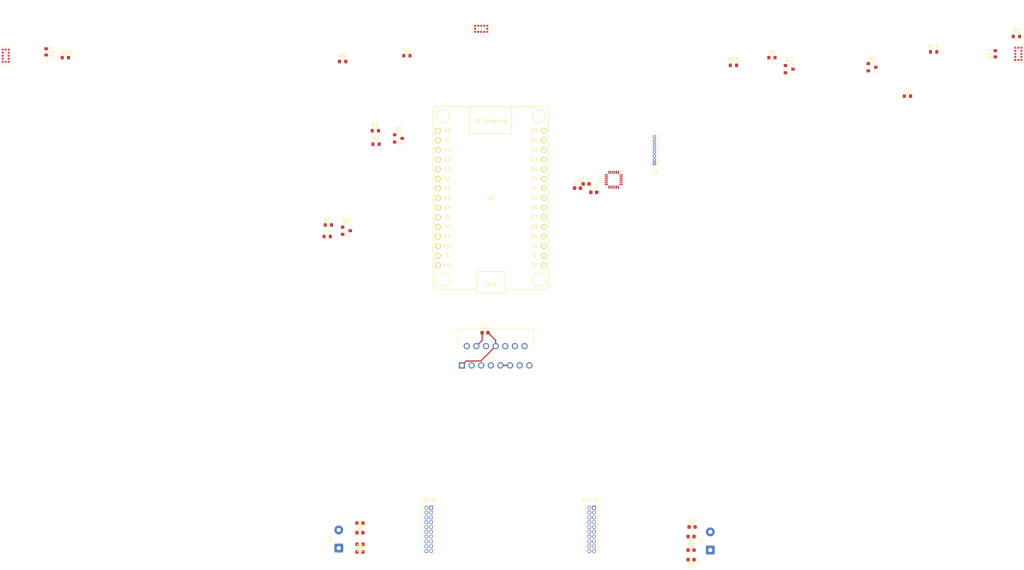
<source format=kicad_pcb>
(kicad_pcb (version 20171130) (host pcbnew "(5.1.9)-1")

  (general
    (thickness 1.6)
    (drawings 0)
    (tracks 8)
    (zones 0)
    (modules 41)
    (nets 24)
  )

  (page A4)
  (layers
    (0 F.Cu signal)
    (31 B.Cu signal)
    (32 B.Adhes user)
    (33 F.Adhes user)
    (34 B.Paste user)
    (35 F.Paste user)
    (36 B.SilkS user)
    (37 F.SilkS user)
    (38 B.Mask user)
    (39 F.Mask user)
    (40 Dwgs.User user)
    (41 Cmts.User user)
    (42 Eco1.User user)
    (43 Eco2.User user)
    (44 Edge.Cuts user)
    (45 Margin user)
    (46 B.CrtYd user)
    (47 F.CrtYd user)
    (48 B.Fab user)
    (49 F.Fab user)
  )

  (setup
    (last_trace_width 0.25)
    (trace_clearance 0.2)
    (zone_clearance 0.508)
    (zone_45_only no)
    (trace_min 0.2)
    (via_size 0.8)
    (via_drill 0.4)
    (via_min_size 0.4)
    (via_min_drill 0.3)
    (uvia_size 0.3)
    (uvia_drill 0.1)
    (uvias_allowed no)
    (uvia_min_size 0.2)
    (uvia_min_drill 0.1)
    (edge_width 0.1)
    (segment_width 0.2)
    (pcb_text_width 0.3)
    (pcb_text_size 1.5 1.5)
    (mod_edge_width 0.15)
    (mod_text_size 1 1)
    (mod_text_width 0.15)
    (pad_size 1.524 1.524)
    (pad_drill 0.762)
    (pad_to_mask_clearance 0)
    (aux_axis_origin 0 0)
    (visible_elements FFFFFF7F)
    (pcbplotparams
      (layerselection 0x010fc_ffffffff)
      (usegerberextensions false)
      (usegerberattributes true)
      (usegerberadvancedattributes true)
      (creategerberjobfile true)
      (excludeedgelayer true)
      (linewidth 0.100000)
      (plotframeref false)
      (viasonmask false)
      (mode 1)
      (useauxorigin false)
      (hpglpennumber 1)
      (hpglpenspeed 20)
      (hpglpendiameter 15.000000)
      (psnegative false)
      (psa4output false)
      (plotreference true)
      (plotvalue true)
      (plotinvisibletext false)
      (padsonsilk false)
      (subtractmaskfromsilk false)
      (outputformat 1)
      (mirror false)
      (drillshape 1)
      (scaleselection 1)
      (outputdirectory ""))
  )

  (net 0 "")
  (net 1 3.3V)
  (net 2 +7.5V)
  (net 3 "Net-(C3-Pad2)")
  (net 4 "Net-(C4-Pad2)")
  (net 5 "Net-(D1-Pad2)")
  (net 6 "Net-(D3-Pad2)")
  (net 7 "Net-(D5-Pad2)")
  (net 8 "Net-(D7-Pad2)")
  (net 9 "Net-(J3-Pad8)")
  (net 10 "Net-(J3-Pad6)")
  (net 11 "Net-(J3-Pad5)")
  (net 12 /lvl)
  (net 13 HV)
  (net 14 XShutDown)
  (net 15 "Net-(R6-Pad2)")
  (net 16 "Net-(R13-Pad2)")
  (net 17 "Net-(R14-Pad2)")
  (net 18 /P6-2_PWM)
  (net 19 5V)
  (net 20 /P6-1_PWM)
  (net 21 /P6-0_PWM)
  (net 22 /P2-1_PWM)
  (net 23 GND)

  (net_class Default "Ez az alapértelmezett vezetékosztály"
    (clearance 0.2)
    (trace_width 0.25)
    (via_dia 0.8)
    (via_drill 0.4)
    (uvia_dia 0.3)
    (uvia_drill 0.1)
    (add_net /A0_RX)
    (add_net /A0_TX)
    (add_net /A10)
    (add_net /A11)
    (add_net /A1_SEEED)
    (add_net /A4_SEEED)
    (add_net /A5)
    (add_net /B0_SCL)
    (add_net /B0_SDA)
    (add_net /B1_CLK)
    (add_net /OA2O)
    (add_net /OA3O)
    (add_net /P2-1_PWM)
    (add_net /P2.0)
    (add_net /P2.2)
    (add_net /P2.4)
    (add_net /P2.5)
    (add_net /P3.0)
    (add_net /P3.2)
    (add_net /P3.3)
    (add_net /P3.4)
    (add_net /P3.6)
    (add_net /P3.7)
    (add_net /P4.0)
    (add_net /P4.4)
    (add_net /P5.4)
    (add_net /P6-0_PWM)
    (add_net /P6-1_PWM)
    (add_net /P6-2_PWM)
    (add_net /P6.3)
    (add_net /P6.4)
    (add_net /lvl)
    (add_net /~RST~)
    (add_net HV)
    (add_net "Net-(C3-Pad2)")
    (add_net "Net-(C4-Pad2)")
    (add_net "Net-(D1-Pad2)")
    (add_net "Net-(D3-Pad2)")
    (add_net "Net-(D5-Pad2)")
    (add_net "Net-(D7-Pad2)")
    (add_net "Net-(J3-Pad5)")
    (add_net "Net-(J3-Pad6)")
    (add_net "Net-(J3-Pad8)")
    (add_net "Net-(R13-Pad2)")
    (add_net "Net-(R14-Pad2)")
    (add_net "Net-(R6-Pad2)")
    (add_net "Net-(U1-Pad15)")
    (add_net "Net-(U2-Pad1)")
    (add_net "Net-(U2-Pad10)")
    (add_net "Net-(U2-Pad11)")
    (add_net "Net-(U2-Pad13)")
    (add_net "Net-(U2-Pad14)")
    (add_net "Net-(U2-Pad16)")
    (add_net "Net-(U2-Pad2)")
    (add_net "Net-(U2-Pad20)")
    (add_net "Net-(U2-Pad21)")
    (add_net "Net-(U2-Pad22)")
    (add_net "Net-(U2-Pad23)")
    (add_net "Net-(U2-Pad24)")
    (add_net "Net-(U2-Pad25)")
    (add_net "Net-(U2-Pad26)")
    (add_net "Net-(U2-Pad27)")
    (add_net "Net-(U2-Pad28)")
    (add_net "Net-(U2-Pad29)")
    (add_net "Net-(U2-Pad3)")
    (add_net "Net-(U2-Pad30)")
    (add_net "Net-(U2-Pad4)")
    (add_net "Net-(U2-Pad5)")
    (add_net "Net-(U2-Pad6)")
    (add_net "Net-(U2-Pad8)")
    (add_net "Net-(U2-Pad9)")
    (add_net XShutDown)
  )

  (net_class GND/Power ""
    (clearance 0.2)
    (trace_width 0.3)
    (via_dia 0.8)
    (via_drill 0.4)
    (uvia_dia 0.3)
    (uvia_drill 0.1)
    (add_net +7.5V)
    (add_net 3.3V)
    (add_net 5V)
    (add_net GND)
  )

  (module Capacitor_SMD:C_0603_1608Metric (layer F.Cu) (tedit 5F68FEEE) (tstamp 6074AE45)
    (at 165.608 58.836666)
    (descr "Capacitor SMD 0603 (1608 Metric), square (rectangular) end terminal, IPC_7351 nominal, (Body size source: IPC-SM-782 page 76, https://www.pcb-3d.com/wordpress/wp-content/uploads/ipc-sm-782a_amendment_1_and_2.pdf), generated with kicad-footprint-generator")
    (tags capacitor)
    (path /607E0B3D)
    (attr smd)
    (fp_text reference C2 (at 0 -1.43) (layer F.SilkS)
      (effects (font (size 1 1) (thickness 0.15)))
    )
    (fp_text value 0.01u (at 0 1.43) (layer F.Fab)
      (effects (font (size 1 1) (thickness 0.15)))
    )
    (fp_text user %R (at 0 0) (layer F.Fab)
      (effects (font (size 0.4 0.4) (thickness 0.06)))
    )
    (fp_line (start -0.8 0.4) (end -0.8 -0.4) (layer F.Fab) (width 0.1))
    (fp_line (start -0.8 -0.4) (end 0.8 -0.4) (layer F.Fab) (width 0.1))
    (fp_line (start 0.8 -0.4) (end 0.8 0.4) (layer F.Fab) (width 0.1))
    (fp_line (start 0.8 0.4) (end -0.8 0.4) (layer F.Fab) (width 0.1))
    (fp_line (start -0.14058 -0.51) (end 0.14058 -0.51) (layer F.SilkS) (width 0.12))
    (fp_line (start -0.14058 0.51) (end 0.14058 0.51) (layer F.SilkS) (width 0.12))
    (fp_line (start -1.48 0.73) (end -1.48 -0.73) (layer F.CrtYd) (width 0.05))
    (fp_line (start -1.48 -0.73) (end 1.48 -0.73) (layer F.CrtYd) (width 0.05))
    (fp_line (start 1.48 -0.73) (end 1.48 0.73) (layer F.CrtYd) (width 0.05))
    (fp_line (start 1.48 0.73) (end -1.48 0.73) (layer F.CrtYd) (width 0.05))
    (pad 2 smd roundrect (at 0.775 0) (size 0.9 0.95) (layers F.Cu F.Paste F.Mask) (roundrect_rratio 0.25)
      (net 1 3.3V))
    (pad 1 smd roundrect (at -0.775 0) (size 0.9 0.95) (layers F.Cu F.Paste F.Mask) (roundrect_rratio 0.25)
      (net 23 GND))
    (model ${KISYS3DMOD}/Capacitor_SMD.3dshapes/C_0603_1608Metric.wrl
      (at (xyz 0 0 0))
      (scale (xyz 1 1 1))
      (rotate (xyz 0 0 0))
    )
  )

  (module Capacitor_SMD:C_0603_1608Metric (layer F.Cu) (tedit 5F68FEEE) (tstamp 6074AE56)
    (at 169.913 59.943999)
    (descr "Capacitor SMD 0603 (1608 Metric), square (rectangular) end terminal, IPC_7351 nominal, (Body size source: IPC-SM-782 page 76, https://www.pcb-3d.com/wordpress/wp-content/uploads/ipc-sm-782a_amendment_1_and_2.pdf), generated with kicad-footprint-generator")
    (tags capacitor)
    (path /607CE003)
    (attr smd)
    (fp_text reference C3 (at 0 -1.43) (layer F.SilkS)
      (effects (font (size 1 1) (thickness 0.15)))
    )
    (fp_text value 0.1u (at 0 1.43) (layer F.Fab)
      (effects (font (size 1 1) (thickness 0.15)))
    )
    (fp_text user %R (at 0 0) (layer F.Fab)
      (effects (font (size 0.4 0.4) (thickness 0.06)))
    )
    (fp_line (start -0.8 0.4) (end -0.8 -0.4) (layer F.Fab) (width 0.1))
    (fp_line (start -0.8 -0.4) (end 0.8 -0.4) (layer F.Fab) (width 0.1))
    (fp_line (start 0.8 -0.4) (end 0.8 0.4) (layer F.Fab) (width 0.1))
    (fp_line (start 0.8 0.4) (end -0.8 0.4) (layer F.Fab) (width 0.1))
    (fp_line (start -0.14058 -0.51) (end 0.14058 -0.51) (layer F.SilkS) (width 0.12))
    (fp_line (start -0.14058 0.51) (end 0.14058 0.51) (layer F.SilkS) (width 0.12))
    (fp_line (start -1.48 0.73) (end -1.48 -0.73) (layer F.CrtYd) (width 0.05))
    (fp_line (start -1.48 -0.73) (end 1.48 -0.73) (layer F.CrtYd) (width 0.05))
    (fp_line (start 1.48 -0.73) (end 1.48 0.73) (layer F.CrtYd) (width 0.05))
    (fp_line (start 1.48 0.73) (end -1.48 0.73) (layer F.CrtYd) (width 0.05))
    (pad 2 smd roundrect (at 0.775 0) (size 0.9 0.95) (layers F.Cu F.Paste F.Mask) (roundrect_rratio 0.25)
      (net 3 "Net-(C3-Pad2)"))
    (pad 1 smd roundrect (at -0.775 0) (size 0.9 0.95) (layers F.Cu F.Paste F.Mask) (roundrect_rratio 0.25)
      (net 23 GND))
    (model ${KISYS3DMOD}/Capacitor_SMD.3dshapes/C_0603_1608Metric.wrl
      (at (xyz 0 0 0))
      (scale (xyz 1 1 1))
      (rotate (xyz 0 0 0))
    )
  )

  (module Capacitor_SMD:C_0603_1608Metric (layer F.Cu) (tedit 5F68FEEE) (tstamp 6074AE67)
    (at 167.881 57.729333)
    (descr "Capacitor SMD 0603 (1608 Metric), square (rectangular) end terminal, IPC_7351 nominal, (Body size source: IPC-SM-782 page 76, https://www.pcb-3d.com/wordpress/wp-content/uploads/ipc-sm-782a_amendment_1_and_2.pdf), generated with kicad-footprint-generator")
    (tags capacitor)
    (path /607C6FC2)
    (attr smd)
    (fp_text reference C4 (at 0 -1.43) (layer F.SilkS)
      (effects (font (size 1 1) (thickness 0.15)))
    )
    (fp_text value 2.2n (at 0 1.43) (layer F.Fab)
      (effects (font (size 1 1) (thickness 0.15)))
    )
    (fp_text user %R (at 0 0) (layer F.Fab)
      (effects (font (size 0.4 0.4) (thickness 0.06)))
    )
    (fp_line (start -0.8 0.4) (end -0.8 -0.4) (layer F.Fab) (width 0.1))
    (fp_line (start -0.8 -0.4) (end 0.8 -0.4) (layer F.Fab) (width 0.1))
    (fp_line (start 0.8 -0.4) (end 0.8 0.4) (layer F.Fab) (width 0.1))
    (fp_line (start 0.8 0.4) (end -0.8 0.4) (layer F.Fab) (width 0.1))
    (fp_line (start -0.14058 -0.51) (end 0.14058 -0.51) (layer F.SilkS) (width 0.12))
    (fp_line (start -0.14058 0.51) (end 0.14058 0.51) (layer F.SilkS) (width 0.12))
    (fp_line (start -1.48 0.73) (end -1.48 -0.73) (layer F.CrtYd) (width 0.05))
    (fp_line (start -1.48 -0.73) (end 1.48 -0.73) (layer F.CrtYd) (width 0.05))
    (fp_line (start 1.48 -0.73) (end 1.48 0.73) (layer F.CrtYd) (width 0.05))
    (fp_line (start 1.48 0.73) (end -1.48 0.73) (layer F.CrtYd) (width 0.05))
    (pad 2 smd roundrect (at 0.775 0) (size 0.9 0.95) (layers F.Cu F.Paste F.Mask) (roundrect_rratio 0.25)
      (net 4 "Net-(C4-Pad2)"))
    (pad 1 smd roundrect (at -0.775 0) (size 0.9 0.95) (layers F.Cu F.Paste F.Mask) (roundrect_rratio 0.25)
      (net 23 GND))
    (model ${KISYS3DMOD}/Capacitor_SMD.3dshapes/C_0603_1608Metric.wrl
      (at (xyz 0 0 0))
      (scale (xyz 1 1 1))
      (rotate (xyz 0 0 0))
    )
  )

  (module Sensor_Motion:InvenSense_QFN-24_4x4mm_P0.5mm (layer F.Cu) (tedit 5B5A6D8E) (tstamp 6074B1BC)
    (at 175.178 56.622 90)
    (descr "24-Lead Plastic QFN (4mm x 4mm); Pitch 0.5mm; EP 2.7x2.6mm; for InvenSense motion sensors; keepout area marked (Package see: https://store.invensense.com/datasheets/invensense/MPU-6050_DataSheet_V3%204.pdf; See also https://www.invensense.com/wp-content/uploads/2015/02/InvenSense-MEMS-Handling.pdf)")
    (tags "QFN 0.5")
    (path /606D4EB7)
    (attr smd)
    (fp_text reference U4 (at 0 -3.375 90) (layer F.SilkS)
      (effects (font (size 1 1) (thickness 0.15)))
    )
    (fp_text value MPU-6050 (at 0 3.375 90) (layer F.Fab)
      (effects (font (size 1 1) (thickness 0.15)))
    )
    (fp_text user Component (at 0 0.55 90) (layer Cmts.User)
      (effects (font (size 0.2 0.2) (thickness 0.04)))
    )
    (fp_text user "Directly Below" (at 0 0.25 90) (layer Cmts.User)
      (effects (font (size 0.2 0.2) (thickness 0.04)))
    )
    (fp_text user "No Copper" (at 0 -0.1 90) (layer Cmts.User)
      (effects (font (size 0.2 0.2) (thickness 0.04)))
    )
    (fp_text user KEEPOUT (at 0 -0.5 90) (layer Cmts.User)
      (effects (font (size 0.2 0.2) (thickness 0.04)))
    )
    (fp_text user %R (at 0 0 90) (layer F.Fab)
      (effects (font (size 1 1) (thickness 0.15)))
    )
    (fp_line (start -1 -2) (end 2 -2) (layer F.Fab) (width 0.15))
    (fp_line (start 2 -2) (end 2 2) (layer F.Fab) (width 0.15))
    (fp_line (start 2 2) (end -2 2) (layer F.Fab) (width 0.15))
    (fp_line (start -2 2) (end -2 -1) (layer F.Fab) (width 0.15))
    (fp_line (start -2 -1) (end -1 -2) (layer F.Fab) (width 0.15))
    (fp_line (start -2.65 -2.65) (end -2.65 2.65) (layer F.CrtYd) (width 0.05))
    (fp_line (start 2.65 -2.65) (end 2.65 2.65) (layer F.CrtYd) (width 0.05))
    (fp_line (start -2.65 -2.65) (end 2.65 -2.65) (layer F.CrtYd) (width 0.05))
    (fp_line (start -2.65 2.65) (end 2.65 2.65) (layer F.CrtYd) (width 0.05))
    (fp_line (start 2.15 -2.15) (end 2.15 -1.625) (layer F.SilkS) (width 0.15))
    (fp_line (start -2.15 2.15) (end -2.15 1.625) (layer F.SilkS) (width 0.15))
    (fp_line (start 2.15 2.15) (end 2.15 1.625) (layer F.SilkS) (width 0.15))
    (fp_line (start -2.15 -2.15) (end -1.625 -2.15) (layer F.SilkS) (width 0.15))
    (fp_line (start -2.15 2.15) (end -1.625 2.15) (layer F.SilkS) (width 0.15))
    (fp_line (start 2.15 2.15) (end 1.625 2.15) (layer F.SilkS) (width 0.15))
    (fp_line (start 2.15 -2.15) (end 1.625 -2.15) (layer F.SilkS) (width 0.15))
    (fp_line (start 1.375 1.325) (end 1.375 -1.325) (layer Dwgs.User) (width 0.05))
    (fp_line (start -1.375 1.325) (end -1.375 -1.325) (layer Dwgs.User) (width 0.05))
    (fp_line (start 1.375 -1.325) (end -1.375 -1.325) (layer Dwgs.User) (width 0.05))
    (fp_line (start 1.375 1.325) (end -1.375 1.325) (layer Dwgs.User) (width 0.05))
    (fp_line (start 1.375 0.825) (end 0.875 1.325) (layer Dwgs.User) (width 0.05))
    (fp_line (start 1.375 0.325) (end 0.375 1.325) (layer Dwgs.User) (width 0.05))
    (fp_line (start 1.375 -0.175) (end -0.125 1.325) (layer Dwgs.User) (width 0.05))
    (fp_line (start 1.375 -0.675) (end -0.625 1.325) (layer Dwgs.User) (width 0.05))
    (fp_line (start 1.375 -1.175) (end -1.125 1.325) (layer Dwgs.User) (width 0.05))
    (fp_line (start 1.025 -1.325) (end -1.375 1.075) (layer Dwgs.User) (width 0.05))
    (fp_line (start 0.525 -1.325) (end -1.375 0.575) (layer Dwgs.User) (width 0.05))
    (fp_line (start 0.025 -1.325) (end -1.375 0.075) (layer Dwgs.User) (width 0.05))
    (fp_line (start -0.475 -1.325) (end -1.375 -0.425) (layer Dwgs.User) (width 0.05))
    (fp_line (start -0.975 -1.325) (end -1.375 -0.925) (layer Dwgs.User) (width 0.05))
    (pad 24 smd roundrect (at -1.25 -1.95 180) (size 0.85 0.3) (layers F.Cu F.Paste F.Mask) (roundrect_rratio 0.25)
      (net 12 /lvl))
    (pad 23 smd roundrect (at -0.75 -1.95 180) (size 0.85 0.3) (layers F.Cu F.Paste F.Mask) (roundrect_rratio 0.25)
      (net 12 /lvl))
    (pad 22 smd roundrect (at -0.25 -1.95 180) (size 0.85 0.3) (layers F.Cu F.Paste F.Mask) (roundrect_rratio 0.25))
    (pad 21 smd roundrect (at 0.25 -1.95 180) (size 0.85 0.3) (layers F.Cu F.Paste F.Mask) (roundrect_rratio 0.25))
    (pad 20 smd roundrect (at 0.75 -1.95 180) (size 0.85 0.3) (layers F.Cu F.Paste F.Mask) (roundrect_rratio 0.25)
      (net 4 "Net-(C4-Pad2)"))
    (pad 19 smd roundrect (at 1.25 -1.95 180) (size 0.85 0.3) (layers F.Cu F.Paste F.Mask) (roundrect_rratio 0.25))
    (pad 18 smd roundrect (at 1.95 -1.25 90) (size 0.85 0.3) (layers F.Cu F.Paste F.Mask) (roundrect_rratio 0.25)
      (net 23 GND))
    (pad 17 smd roundrect (at 1.95 -0.75 90) (size 0.85 0.3) (layers F.Cu F.Paste F.Mask) (roundrect_rratio 0.25))
    (pad 16 smd roundrect (at 1.95 -0.25 90) (size 0.85 0.3) (layers F.Cu F.Paste F.Mask) (roundrect_rratio 0.25))
    (pad 15 smd roundrect (at 1.95 0.25 90) (size 0.85 0.3) (layers F.Cu F.Paste F.Mask) (roundrect_rratio 0.25))
    (pad 14 smd roundrect (at 1.95 0.75 90) (size 0.85 0.3) (layers F.Cu F.Paste F.Mask) (roundrect_rratio 0.25))
    (pad 13 smd roundrect (at 1.95 1.25 90) (size 0.85 0.3) (layers F.Cu F.Paste F.Mask) (roundrect_rratio 0.25)
      (net 1 3.3V))
    (pad 12 smd roundrect (at 1.25 1.95 180) (size 0.85 0.3) (layers F.Cu F.Paste F.Mask) (roundrect_rratio 0.25)
      (net 9 "Net-(J3-Pad8)"))
    (pad 11 smd roundrect (at 0.75 1.95 180) (size 0.85 0.3) (layers F.Cu F.Paste F.Mask) (roundrect_rratio 0.25)
      (net 23 GND))
    (pad 10 smd roundrect (at 0.25 1.95 180) (size 0.85 0.3) (layers F.Cu F.Paste F.Mask) (roundrect_rratio 0.25)
      (net 3 "Net-(C3-Pad2)"))
    (pad 9 smd roundrect (at -0.25 1.95 180) (size 0.85 0.3) (layers F.Cu F.Paste F.Mask) (roundrect_rratio 0.25)
      (net 23 GND))
    (pad 8 smd roundrect (at -0.75 1.95 180) (size 0.85 0.3) (layers F.Cu F.Paste F.Mask) (roundrect_rratio 0.25)
      (net 1 3.3V))
    (pad 7 smd roundrect (at -1.25 1.95 180) (size 0.85 0.3) (layers F.Cu F.Paste F.Mask) (roundrect_rratio 0.25)
      (net 10 "Net-(J3-Pad6)"))
    (pad 6 smd roundrect (at -1.95 1.25 90) (size 0.85 0.3) (layers F.Cu F.Paste F.Mask) (roundrect_rratio 0.25)
      (net 11 "Net-(J3-Pad5)"))
    (pad 5 smd roundrect (at -1.95 0.75 90) (size 0.85 0.3) (layers F.Cu F.Paste F.Mask) (roundrect_rratio 0.25))
    (pad 4 smd roundrect (at -1.95 0.25 90) (size 0.85 0.3) (layers F.Cu F.Paste F.Mask) (roundrect_rratio 0.25))
    (pad 3 smd roundrect (at -1.95 -0.25 90) (size 0.85 0.3) (layers F.Cu F.Paste F.Mask) (roundrect_rratio 0.25))
    (pad 2 smd roundrect (at -1.95 -0.75 90) (size 0.85 0.3) (layers F.Cu F.Paste F.Mask) (roundrect_rratio 0.25))
    (pad 1 smd roundrect (at -1.95 -1.25 90) (size 0.85 0.3) (layers F.Cu F.Paste F.Mask) (roundrect_rratio 0.25)
      (net 23 GND))
    (model ${KISYS3DMOD}/Package_DFN_QFN.3dshapes/QFN-24-1EP_4x4mm_P0.5mm_EP2.7x2.6mm.wrl
      (at (xyz 0 0 0))
      (scale (xyz 1 1 1))
      (rotate (xyz 0 0 0))
    )
  )

  (module Connector_PinSocket_1.27mm:PinSocket_2x10_P1.27mm_Vertical locked (layer F.Cu) (tedit 5A19A420) (tstamp 6074AFA5)
    (at 127 143.256)
    (descr "Through hole straight socket strip, 2x10, 1.27mm pitch, double cols (from Kicad 4.0.7), script generated")
    (tags "Through hole socket strip THT 2x10 1.27mm double row")
    (path /606D77F0)
    (fp_text reference J3/J1 (at -0.635 -2.135) (layer F.SilkS)
      (effects (font (size 1 1) (thickness 0.15)))
    )
    (fp_text value ~ (at -0.635 13.565) (layer F.Fab)
      (effects (font (size 1 1) (thickness 0.15)))
    )
    (fp_text user %R (at -0.635 5.715 90) (layer F.Fab)
      (effects (font (size 1 1) (thickness 0.15)))
    )
    (fp_line (start -2.16 -0.635) (end 0.1275 -0.635) (layer F.Fab) (width 0.1))
    (fp_line (start 0.1275 -0.635) (end 0.89 0.1275) (layer F.Fab) (width 0.1))
    (fp_line (start 0.89 0.1275) (end 0.89 12.065) (layer F.Fab) (width 0.1))
    (fp_line (start 0.89 12.065) (end -2.16 12.065) (layer F.Fab) (width 0.1))
    (fp_line (start -2.16 12.065) (end -2.16 -0.635) (layer F.Fab) (width 0.1))
    (fp_line (start -2.22 -0.695) (end -1.57753 -0.695) (layer F.SilkS) (width 0.12))
    (fp_line (start -0.96247 -0.695) (end -0.76 -0.695) (layer F.SilkS) (width 0.12))
    (fp_line (start -2.22 -0.695) (end -2.22 12.125) (layer F.SilkS) (width 0.12))
    (fp_line (start 0.30753 12.125) (end 0.95 12.125) (layer F.SilkS) (width 0.12))
    (fp_line (start -2.22 12.125) (end -1.57753 12.125) (layer F.SilkS) (width 0.12))
    (fp_line (start -0.96247 12.125) (end -0.30753 12.125) (layer F.SilkS) (width 0.12))
    (fp_line (start 0.95 0.635) (end 0.95 12.125) (layer F.SilkS) (width 0.12))
    (fp_line (start 0.76 0.635) (end 0.95 0.635) (layer F.SilkS) (width 0.12))
    (fp_line (start 0.95 -0.76) (end 0.95 0) (layer F.SilkS) (width 0.12))
    (fp_line (start 0 -0.76) (end 0.95 -0.76) (layer F.SilkS) (width 0.12))
    (fp_line (start -2.67 -1.15) (end 1.38 -1.15) (layer F.CrtYd) (width 0.05))
    (fp_line (start 1.38 -1.15) (end 1.38 12.55) (layer F.CrtYd) (width 0.05))
    (fp_line (start 1.38 12.55) (end -2.67 12.55) (layer F.CrtYd) (width 0.05))
    (fp_line (start -2.67 12.55) (end -2.67 -1.15) (layer F.CrtYd) (width 0.05))
    (pad 20 thru_hole oval (at -1.27 11.43) (size 1 1) (drill 0.7) (layers *.Cu *.Mask))
    (pad 19 thru_hole oval (at 0 11.43) (size 1 1) (drill 0.7) (layers *.Cu *.Mask))
    (pad 18 thru_hole oval (at -1.27 10.16) (size 1 1) (drill 0.7) (layers *.Cu *.Mask))
    (pad 17 thru_hole oval (at 0 10.16) (size 1 1) (drill 0.7) (layers *.Cu *.Mask))
    (pad 16 thru_hole oval (at -1.27 8.89) (size 1 1) (drill 0.7) (layers *.Cu *.Mask)
      (net 13 HV))
    (pad 15 thru_hole oval (at 0 8.89) (size 1 1) (drill 0.7) (layers *.Cu *.Mask)
      (net 13 HV))
    (pad 14 thru_hole oval (at -1.27 7.62) (size 1 1) (drill 0.7) (layers *.Cu *.Mask))
    (pad 13 thru_hole oval (at 0 7.62) (size 1 1) (drill 0.7) (layers *.Cu *.Mask))
    (pad 12 thru_hole oval (at -1.27 6.35) (size 1 1) (drill 0.7) (layers *.Cu *.Mask)
      (net 23 GND))
    (pad 11 thru_hole oval (at 0 6.35) (size 1 1) (drill 0.7) (layers *.Cu *.Mask)
      (net 19 5V))
    (pad 10 thru_hole oval (at -1.27 5.08) (size 1 1) (drill 0.7) (layers *.Cu *.Mask))
    (pad 9 thru_hole oval (at 0 5.08) (size 1 1) (drill 0.7) (layers *.Cu *.Mask))
    (pad 8 thru_hole oval (at -1.27 3.81) (size 1 1) (drill 0.7) (layers *.Cu *.Mask))
    (pad 7 thru_hole oval (at 0 3.81) (size 1 1) (drill 0.7) (layers *.Cu *.Mask))
    (pad 6 thru_hole oval (at -1.27 2.54) (size 1 1) (drill 0.7) (layers *.Cu *.Mask))
    (pad 5 thru_hole oval (at 0 2.54) (size 1 1) (drill 0.7) (layers *.Cu *.Mask))
    (pad 4 thru_hole oval (at -1.27 1.27) (size 1 1) (drill 0.7) (layers *.Cu *.Mask))
    (pad 3 thru_hole oval (at 0 1.27) (size 1 1) (drill 0.7) (layers *.Cu *.Mask))
    (pad 2 thru_hole oval (at -1.27 0) (size 1 1) (drill 0.7) (layers *.Cu *.Mask))
    (pad 1 thru_hole rect (at 0 0) (size 1 1) (drill 0.7) (layers *.Cu *.Mask)
      (net 1 3.3V))
    (model ${KISYS3DMOD}/Connector_PinSocket_1.27mm.3dshapes/PinSocket_2x10_P1.27mm_Vertical.wrl
      (at (xyz 0 0 0))
      (scale (xyz 1 1 1))
      (rotate (xyz 0 0 0))
    )
  )

  (module Connector_PinSocket_1.27mm:PinSocket_2x10_P1.27mm_Vertical locked (layer F.Cu) (tedit 5A19A420) (tstamp 6074AF79)
    (at 170 143.256)
    (descr "Through hole straight socket strip, 2x10, 1.27mm pitch, double cols (from Kicad 4.0.7), script generated")
    (tags "Through hole socket strip THT 2x10 1.27mm double row")
    (path /606D77EF)
    (fp_text reference J2/J4 (at -1.016 -2.135) (layer F.SilkS)
      (effects (font (size 1 1) (thickness 0.15)))
    )
    (fp_text value ~ (at -0.635 13.565) (layer F.Fab)
      (effects (font (size 1 1) (thickness 0.15)))
    )
    (fp_text user %R (at -0.635 5.715 90) (layer F.Fab)
      (effects (font (size 1 1) (thickness 0.15)))
    )
    (fp_line (start -2.16 -0.635) (end 0.1275 -0.635) (layer F.Fab) (width 0.1))
    (fp_line (start 0.1275 -0.635) (end 0.89 0.1275) (layer F.Fab) (width 0.1))
    (fp_line (start 0.89 0.1275) (end 0.89 12.065) (layer F.Fab) (width 0.1))
    (fp_line (start 0.89 12.065) (end -2.16 12.065) (layer F.Fab) (width 0.1))
    (fp_line (start -2.16 12.065) (end -2.16 -0.635) (layer F.Fab) (width 0.1))
    (fp_line (start -2.22 -0.695) (end -1.57753 -0.695) (layer F.SilkS) (width 0.12))
    (fp_line (start -0.96247 -0.695) (end -0.76 -0.695) (layer F.SilkS) (width 0.12))
    (fp_line (start -2.22 -0.695) (end -2.22 12.125) (layer F.SilkS) (width 0.12))
    (fp_line (start 0.30753 12.125) (end 0.95 12.125) (layer F.SilkS) (width 0.12))
    (fp_line (start -2.22 12.125) (end -1.57753 12.125) (layer F.SilkS) (width 0.12))
    (fp_line (start -0.96247 12.125) (end -0.30753 12.125) (layer F.SilkS) (width 0.12))
    (fp_line (start 0.95 0.635) (end 0.95 12.125) (layer F.SilkS) (width 0.12))
    (fp_line (start 0.76 0.635) (end 0.95 0.635) (layer F.SilkS) (width 0.12))
    (fp_line (start 0.95 -0.76) (end 0.95 0) (layer F.SilkS) (width 0.12))
    (fp_line (start 0 -0.76) (end 0.95 -0.76) (layer F.SilkS) (width 0.12))
    (fp_line (start -2.67 -1.15) (end 1.38 -1.15) (layer F.CrtYd) (width 0.05))
    (fp_line (start 1.38 -1.15) (end 1.38 12.55) (layer F.CrtYd) (width 0.05))
    (fp_line (start 1.38 12.55) (end -2.67 12.55) (layer F.CrtYd) (width 0.05))
    (fp_line (start -2.67 12.55) (end -2.67 -1.15) (layer F.CrtYd) (width 0.05))
    (pad 20 thru_hole oval (at -1.27 11.43) (size 1 1) (drill 0.7) (layers *.Cu *.Mask)
      (net 23 GND))
    (pad 19 thru_hole oval (at 0 11.43) (size 1 1) (drill 0.7) (layers *.Cu *.Mask))
    (pad 18 thru_hole oval (at -1.27 10.16) (size 1 1) (drill 0.7) (layers *.Cu *.Mask))
    (pad 17 thru_hole oval (at 0 10.16) (size 1 1) (drill 0.7) (layers *.Cu *.Mask))
    (pad 16 thru_hole oval (at -1.27 8.89) (size 1 1) (drill 0.7) (layers *.Cu *.Mask))
    (pad 15 thru_hole oval (at 0 8.89) (size 1 1) (drill 0.7) (layers *.Cu *.Mask)
      (net 13 HV))
    (pad 14 thru_hole oval (at -1.27 7.62) (size 1 1) (drill 0.7) (layers *.Cu *.Mask)
      (net 13 HV))
    (pad 13 thru_hole oval (at 0 7.62) (size 1 1) (drill 0.7) (layers *.Cu *.Mask))
    (pad 12 thru_hole oval (at -1.27 6.35) (size 1 1) (drill 0.7) (layers *.Cu *.Mask))
    (pad 11 thru_hole oval (at 0 6.35) (size 1 1) (drill 0.7) (layers *.Cu *.Mask))
    (pad 10 thru_hole oval (at -1.27 5.08) (size 1 1) (drill 0.7) (layers *.Cu *.Mask)
      (net 22 /P2-1_PWM))
    (pad 9 thru_hole oval (at 0 5.08) (size 1 1) (drill 0.7) (layers *.Cu *.Mask)
      (net 21 /P6-0_PWM))
    (pad 8 thru_hole oval (at -1.27 3.81) (size 1 1) (drill 0.7) (layers *.Cu *.Mask)
      (net 20 /P6-1_PWM))
    (pad 7 thru_hole oval (at 0 3.81) (size 1 1) (drill 0.7) (layers *.Cu *.Mask)
      (net 18 /P6-2_PWM))
    (pad 6 thru_hole oval (at -1.27 2.54) (size 1 1) (drill 0.7) (layers *.Cu *.Mask))
    (pad 5 thru_hole oval (at 0 2.54) (size 1 1) (drill 0.7) (layers *.Cu *.Mask))
    (pad 4 thru_hole oval (at -1.27 1.27) (size 1 1) (drill 0.7) (layers *.Cu *.Mask))
    (pad 3 thru_hole oval (at 0 1.27) (size 1 1) (drill 0.7) (layers *.Cu *.Mask))
    (pad 2 thru_hole oval (at -1.27 0) (size 1 1) (drill 0.7) (layers *.Cu *.Mask))
    (pad 1 thru_hole rect (at 0 0) (size 1 1) (drill 0.7) (layers *.Cu *.Mask))
    (model ${KISYS3DMOD}/Connector_PinSocket_1.27mm.3dshapes/PinSocket_2x10_P1.27mm_Vertical.wrl
      (at (xyz 0 0 0))
      (scale (xyz 1 1 1))
      (rotate (xyz 0 0 0))
    )
  )

  (module Connector_Wire:SolderWire-0.5sqmm_1x02_P4.8mm_D0.9mm_OD2.3mm (layer F.Cu) (tedit 5EB70B44) (tstamp 6074AF2F)
    (at 102.616 153.924 90)
    (descr "Soldered wire connection, for 2 times 0.5 mm² wires, reinforced insulation, conductor diameter 0.9mm, outer diameter 2.3mm, size source Multi-Contact FLEXI-xV 0.5 (https://ec.staubli.com/AcroFiles/Catalogues/TM_Cab-Main-11014119_(en)_hi.pdf), bend radius 3 times outer diameter, generated with kicad-footprint-generator")
    (tags "connector wire 0.5sqmm")
    (path /61217DD2)
    (attr virtual)
    (fp_text reference J2 (at 2.4 -2.35 90) (layer F.SilkS)
      (effects (font (size 1 1) (thickness 0.15)))
    )
    (fp_text value Conn_01x02_Female (at 2.4 2.35 90) (layer F.Fab)
      (effects (font (size 1 1) (thickness 0.15)))
    )
    (fp_text user %R (at 2.4 0) (layer F.Fab)
      (effects (font (size 0.82 0.82) (thickness 0.12)))
    )
    (fp_circle (center 0 0) (end 1.15 0) (layer F.Fab) (width 0.1))
    (fp_circle (center 4.8 0) (end 5.95 0) (layer F.Fab) (width 0.1))
    (fp_line (start -1.9 -1.65) (end -1.9 1.65) (layer F.CrtYd) (width 0.05))
    (fp_line (start -1.9 1.65) (end 1.9 1.65) (layer F.CrtYd) (width 0.05))
    (fp_line (start 1.9 1.65) (end 1.9 -1.65) (layer F.CrtYd) (width 0.05))
    (fp_line (start 1.9 -1.65) (end -1.9 -1.65) (layer F.CrtYd) (width 0.05))
    (fp_line (start 2.9 -1.65) (end 2.9 1.65) (layer F.CrtYd) (width 0.05))
    (fp_line (start 2.9 1.65) (end 6.7 1.65) (layer F.CrtYd) (width 0.05))
    (fp_line (start 6.7 1.65) (end 6.7 -1.65) (layer F.CrtYd) (width 0.05))
    (fp_line (start 6.7 -1.65) (end 2.9 -1.65) (layer F.CrtYd) (width 0.05))
    (pad 2 thru_hole circle (at 4.8 0 90) (size 2.3 2.3) (drill 1.1) (layers *.Cu *.Mask)
      (net 8 "Net-(D7-Pad2)"))
    (pad 1 thru_hole roundrect (at 0 0 90) (size 2.3 2.3) (drill 1.1) (layers *.Cu *.Mask) (roundrect_rratio 0.108696)
      (net 7 "Net-(D5-Pad2)"))
    (model ${KISYS3DMOD}/Connector_Wire.3dshapes/SolderWire-0.5sqmm_1x02_P4.8mm_D0.9mm_OD2.3mm.wrl
      (at (xyz 0 0 0))
      (scale (xyz 1 1 1))
      (rotate (xyz 0 0 0))
    )
  )

  (module Connector_Wire:SolderWire-0.5sqmm_1x02_P4.8mm_D0.9mm_OD2.3mm (layer F.Cu) (tedit 5EB70B44) (tstamp 6074AF17)
    (at 200.66 154.432 90)
    (descr "Soldered wire connection, for 2 times 0.5 mm² wires, reinforced insulation, conductor diameter 0.9mm, outer diameter 2.3mm, size source Multi-Contact FLEXI-xV 0.5 (https://ec.staubli.com/AcroFiles/Catalogues/TM_Cab-Main-11014119_(en)_hi.pdf), bend radius 3 times outer diameter, generated with kicad-footprint-generator")
    (tags "connector wire 0.5sqmm")
    (path /61215F5F)
    (attr virtual)
    (fp_text reference J1 (at 2.4 -2.35 90) (layer F.SilkS)
      (effects (font (size 1 1) (thickness 0.15)))
    )
    (fp_text value Conn_01x02_Female (at 2.4 2.35 90) (layer F.Fab)
      (effects (font (size 1 1) (thickness 0.15)))
    )
    (fp_text user %R (at 2.4 0) (layer F.Fab)
      (effects (font (size 0.82 0.82) (thickness 0.12)))
    )
    (fp_circle (center 0 0) (end 1.15 0) (layer F.Fab) (width 0.1))
    (fp_circle (center 4.8 0) (end 5.95 0) (layer F.Fab) (width 0.1))
    (fp_line (start -1.9 -1.65) (end -1.9 1.65) (layer F.CrtYd) (width 0.05))
    (fp_line (start -1.9 1.65) (end 1.9 1.65) (layer F.CrtYd) (width 0.05))
    (fp_line (start 1.9 1.65) (end 1.9 -1.65) (layer F.CrtYd) (width 0.05))
    (fp_line (start 1.9 -1.65) (end -1.9 -1.65) (layer F.CrtYd) (width 0.05))
    (fp_line (start 2.9 -1.65) (end 2.9 1.65) (layer F.CrtYd) (width 0.05))
    (fp_line (start 2.9 1.65) (end 6.7 1.65) (layer F.CrtYd) (width 0.05))
    (fp_line (start 6.7 1.65) (end 6.7 -1.65) (layer F.CrtYd) (width 0.05))
    (fp_line (start 6.7 -1.65) (end 2.9 -1.65) (layer F.CrtYd) (width 0.05))
    (pad 2 thru_hole circle (at 4.8 0 90) (size 2.3 2.3) (drill 1.1) (layers *.Cu *.Mask)
      (net 6 "Net-(D3-Pad2)"))
    (pad 1 thru_hole roundrect (at 0 0 90) (size 2.3 2.3) (drill 1.1) (layers *.Cu *.Mask) (roundrect_rratio 0.108696)
      (net 5 "Net-(D1-Pad2)"))
    (model ${KISYS3DMOD}/Connector_Wire.3dshapes/SolderWire-0.5sqmm_1x02_P4.8mm_D0.9mm_OD2.3mm.wrl
      (at (xyz 0 0 0))
      (scale (xyz 1 1 1))
      (rotate (xyz 0 0 0))
    )
  )

  (module Connector_PinSocket_1.00mm:PinSocket_1x08_P1.00mm_Vertical (layer F.Cu) (tedit 5A19A430) (tstamp 6074AF4D)
    (at 185.928 52.324 180)
    (descr "Through hole straight socket strip, 1x08, 1.00mm pitch, single row (https://gct.co/files/drawings/bc065.pdf), script generated")
    (tags "Through hole socket strip THT 1x08 1.00mm single row")
    (path /62558949)
    (fp_text reference J3 (at -0.29 -2.25) (layer F.SilkS)
      (effects (font (size 1 1) (thickness 0.15)))
    )
    (fp_text value Conn_01x08_Female (at -0.29 9.25) (layer F.Fab)
      (effects (font (size 1 1) (thickness 0.15)))
    )
    (fp_text user %R (at -0.29 3.5 90) (layer F.Fab)
      (effects (font (size 0.9 0.9) (thickness 0.14)))
    )
    (fp_line (start -1.04 -0.75) (end 0.085 -0.75) (layer F.Fab) (width 0.1))
    (fp_line (start 0.085 -0.75) (end 0.46 -0.375) (layer F.Fab) (width 0.1))
    (fp_line (start 0.46 -0.375) (end 0.46 7.75) (layer F.Fab) (width 0.1))
    (fp_line (start 0.46 7.75) (end -1.04 7.75) (layer F.Fab) (width 0.1))
    (fp_line (start -1.04 7.75) (end -1.04 -0.75) (layer F.Fab) (width 0.1))
    (fp_line (start -1.1 0.5) (end -0.685 0.5) (layer F.SilkS) (width 0.12))
    (fp_line (start -1.1 0.5) (end -1.1 7.81) (layer F.SilkS) (width 0.12))
    (fp_line (start -1.1 7.81) (end 0.52 7.81) (layer F.SilkS) (width 0.12))
    (fp_line (start 0.52 1.445898) (end 0.52 1.554102) (layer F.SilkS) (width 0.12))
    (fp_line (start 0.52 2.445898) (end 0.52 2.554102) (layer F.SilkS) (width 0.12))
    (fp_line (start 0.52 3.445898) (end 0.52 3.554102) (layer F.SilkS) (width 0.12))
    (fp_line (start 0.52 4.445898) (end 0.52 4.554102) (layer F.SilkS) (width 0.12))
    (fp_line (start 0.52 5.445898) (end 0.52 5.554102) (layer F.SilkS) (width 0.12))
    (fp_line (start 0.52 6.445898) (end 0.52 6.554102) (layer F.SilkS) (width 0.12))
    (fp_line (start 0.52 7.445898) (end 0.52 7.81) (layer F.SilkS) (width 0.12))
    (fp_line (start 0.685 -0.81) (end 0.685 0) (layer F.SilkS) (width 0.12))
    (fp_line (start 0 -0.81) (end 0.685 -0.81) (layer F.SilkS) (width 0.12))
    (fp_line (start -1.54 -1.25) (end 0.96 -1.25) (layer F.CrtYd) (width 0.05))
    (fp_line (start 0.96 -1.25) (end 0.96 8.25) (layer F.CrtYd) (width 0.05))
    (fp_line (start 0.96 8.25) (end -1.54 8.25) (layer F.CrtYd) (width 0.05))
    (fp_line (start -1.54 8.25) (end -1.54 -1.25) (layer F.CrtYd) (width 0.05))
    (pad 8 thru_hole oval (at 0 7 180) (size 0.85 0.85) (drill 0.5) (layers *.Cu *.Mask)
      (net 9 "Net-(J3-Pad8)"))
    (pad 7 thru_hole oval (at 0 6 180) (size 0.85 0.85) (drill 0.5) (layers *.Cu *.Mask)
      (net 23 GND))
    (pad 6 thru_hole oval (at 0 5 180) (size 0.85 0.85) (drill 0.5) (layers *.Cu *.Mask)
      (net 10 "Net-(J3-Pad6)"))
    (pad 5 thru_hole oval (at 0 4 180) (size 0.85 0.85) (drill 0.5) (layers *.Cu *.Mask)
      (net 11 "Net-(J3-Pad5)"))
    (pad 4 thru_hole oval (at 0 3 180) (size 0.85 0.85) (drill 0.5) (layers *.Cu *.Mask)
      (net 12 /lvl))
    (pad 3 thru_hole oval (at 0 2 180) (size 0.85 0.85) (drill 0.5) (layers *.Cu *.Mask)
      (net 12 /lvl))
    (pad 2 thru_hole oval (at 0 1 180) (size 0.85 0.85) (drill 0.5) (layers *.Cu *.Mask)
      (net 23 GND))
    (pad 1 thru_hole rect (at 0 0 180) (size 0.85 0.85) (drill 0.5) (layers *.Cu *.Mask)
      (net 1 3.3V))
    (model ${KISYS3DMOD}/Connector_PinSocket_1.00mm.3dshapes/PinSocket_1x08_P1.00mm_Vertical.wrl
      (at (xyz 0 0 0))
      (scale (xyz 1 1 1))
      (rotate (xyz 0 0 0))
    )
  )

  (module VL53L0:1 (layer F.Cu) (tedit 606CB954) (tstamp 6074B1FC)
    (at 14.732 23.876)
    (path /606CFD02)
    (fp_text reference U6 (at 0.274473 -2.829677) (layer F.SilkS)
      (effects (font (size 0.480829 0.480829) (thickness 0.015)))
    )
    (fp_text value VL53L0CXV0DH_1 (at 4.541247 2.865227) (layer F.Fab)
      (effects (font (size 0.480005 0.480005) (thickness 0.015)))
    )
    (fp_line (start -1.2 -2.2) (end 1.2 -2.2) (layer F.SilkS) (width 0.127))
    (fp_line (start 1.2 -2.2) (end 1.2 2.2) (layer F.Fab) (width 0.127))
    (fp_line (start 1.2 2.2) (end -1.2 2.2) (layer F.SilkS) (width 0.127))
    (fp_line (start -1.2 2.2) (end -1.2 -2.2) (layer F.Fab) (width 0.127))
    (fp_line (start -1.477 -2.477) (end 1.477 -2.477) (layer F.CrtYd) (width 0.05))
    (fp_line (start 1.477 -2.477) (end 1.477 2.477) (layer F.CrtYd) (width 0.05))
    (fp_line (start 1.477 2.477) (end -1.477 2.477) (layer F.CrtYd) (width 0.05))
    (fp_line (start -1.477 2.477) (end -1.477 -2.477) (layer F.CrtYd) (width 0.05))
    (fp_circle (center 1.444 -1.689) (end 1.544 -1.689) (layer F.SilkS) (width 0.1))
    (fp_line (start -1.2 -2.2) (end 1.2 -2.2) (layer F.Fab) (width 0.127))
    (fp_line (start 1.2 2.2) (end -1.2 2.2) (layer F.Fab) (width 0.127))
    (fp_line (start -1.2 -2.2) (end -1.2 -2.1) (layer F.SilkS) (width 0.127))
    (fp_line (start 1.2 -2.2) (end 1.2 -2.1) (layer F.SilkS) (width 0.127))
    (fp_line (start -1.2 2.2) (end -1.2 2.1) (layer F.SilkS) (width 0.127))
    (fp_line (start 1.2 2.2) (end 1.2 2.1) (layer F.SilkS) (width 0.127))
    (pad 1.1 smd rect (at 0.675 -1.89) (size 0.25 0.08) (layers F.Cu F.Paste F.Mask)
      (net 1 3.3V))
    (pad 7 smd rect (at -0.8 1.6) (size 0.5 0.5) (layers F.Cu F.Paste F.Mask)
      (net 17 "Net-(R14-Pad2)"))
    (pad 6 smd rect (at 0 1.6) (size 0.5 0.5) (layers F.Cu F.Paste F.Mask)
      (net 23 GND))
    (pad 1 smd rect (at 0.8 -1.6) (size 0.5 0.5) (layers F.Cu F.Paste F.Mask)
      (net 1 3.3V))
    (pad 12 smd rect (at 0 -1.6) (size 0.5 0.5) (layers F.Cu F.Paste F.Mask)
      (net 23 GND))
    (pad 5 smd rect (at 0.8 1.6) (size 0.5 0.5) (layers F.Cu F.Paste F.Mask)
      (net 14 XShutDown))
    (pad 4 smd rect (at 0.8 0.8) (size 0.5 0.5) (layers F.Cu F.Paste F.Mask)
      (net 23 GND))
    (pad 3 smd rect (at 0.8 0) (size 0.5 0.5) (layers F.Cu F.Paste F.Mask)
      (net 23 GND))
    (pad 2 smd rect (at 0.8 -0.8) (size 0.5 0.5) (layers F.Cu F.Paste F.Mask)
      (net 23 GND))
    (pad 8 smd rect (at -0.8 0.8) (size 0.5 0.5) (layers F.Cu F.Paste F.Mask))
    (pad 11 smd rect (at -0.8 -1.6) (size 0.5 0.5) (layers F.Cu F.Paste F.Mask)
      (net 1 3.3V))
    (pad 9 smd rect (at -0.8 0) (size 0.5 0.5) (layers F.Cu F.Paste F.Mask)
      (net 12 /lvl))
    (pad 10 smd rect (at -0.8 -0.8) (size 0.5 0.5) (layers F.Cu F.Paste F.Mask)
      (net 12 /lvl))
  )

  (module VL53L0:1 (layer F.Cu) (tedit 606CB954) (tstamp 6074B1DC)
    (at 281.94 23.368 180)
    (path /606D3575)
    (fp_text reference U5 (at 0.274473 -2.829677) (layer F.SilkS)
      (effects (font (size 0.480829 0.480829) (thickness 0.015)))
    )
    (fp_text value VL53L0CXV0DH_1 (at 4.541247 2.865227) (layer F.Fab)
      (effects (font (size 0.480005 0.480005) (thickness 0.015)))
    )
    (fp_line (start -1.2 -2.2) (end 1.2 -2.2) (layer F.SilkS) (width 0.127))
    (fp_line (start 1.2 -2.2) (end 1.2 2.2) (layer F.Fab) (width 0.127))
    (fp_line (start 1.2 2.2) (end -1.2 2.2) (layer F.SilkS) (width 0.127))
    (fp_line (start -1.2 2.2) (end -1.2 -2.2) (layer F.Fab) (width 0.127))
    (fp_line (start -1.477 -2.477) (end 1.477 -2.477) (layer F.CrtYd) (width 0.05))
    (fp_line (start 1.477 -2.477) (end 1.477 2.477) (layer F.CrtYd) (width 0.05))
    (fp_line (start 1.477 2.477) (end -1.477 2.477) (layer F.CrtYd) (width 0.05))
    (fp_line (start -1.477 2.477) (end -1.477 -2.477) (layer F.CrtYd) (width 0.05))
    (fp_circle (center 1.444 -1.689) (end 1.544 -1.689) (layer F.SilkS) (width 0.1))
    (fp_line (start -1.2 -2.2) (end 1.2 -2.2) (layer F.Fab) (width 0.127))
    (fp_line (start 1.2 2.2) (end -1.2 2.2) (layer F.Fab) (width 0.127))
    (fp_line (start -1.2 -2.2) (end -1.2 -2.1) (layer F.SilkS) (width 0.127))
    (fp_line (start 1.2 -2.2) (end 1.2 -2.1) (layer F.SilkS) (width 0.127))
    (fp_line (start -1.2 2.2) (end -1.2 2.1) (layer F.SilkS) (width 0.127))
    (fp_line (start 1.2 2.2) (end 1.2 2.1) (layer F.SilkS) (width 0.127))
    (pad 1.1 smd rect (at 0.675 -1.89 180) (size 0.25 0.08) (layers F.Cu F.Paste F.Mask)
      (net 1 3.3V))
    (pad 7 smd rect (at -0.8 1.6 180) (size 0.5 0.5) (layers F.Cu F.Paste F.Mask)
      (net 16 "Net-(R13-Pad2)"))
    (pad 6 smd rect (at 0 1.6 180) (size 0.5 0.5) (layers F.Cu F.Paste F.Mask)
      (net 23 GND))
    (pad 1 smd rect (at 0.8 -1.6 180) (size 0.5 0.5) (layers F.Cu F.Paste F.Mask)
      (net 1 3.3V))
    (pad 12 smd rect (at 0 -1.6 180) (size 0.5 0.5) (layers F.Cu F.Paste F.Mask)
      (net 23 GND))
    (pad 5 smd rect (at 0.8 1.6 180) (size 0.5 0.5) (layers F.Cu F.Paste F.Mask)
      (net 14 XShutDown))
    (pad 4 smd rect (at 0.8 0.8 180) (size 0.5 0.5) (layers F.Cu F.Paste F.Mask)
      (net 23 GND))
    (pad 3 smd rect (at 0.8 0 180) (size 0.5 0.5) (layers F.Cu F.Paste F.Mask)
      (net 23 GND))
    (pad 2 smd rect (at 0.8 -0.8 180) (size 0.5 0.5) (layers F.Cu F.Paste F.Mask)
      (net 23 GND))
    (pad 8 smd rect (at -0.8 0.8 180) (size 0.5 0.5) (layers F.Cu F.Paste F.Mask))
    (pad 11 smd rect (at -0.8 -1.6 180) (size 0.5 0.5) (layers F.Cu F.Paste F.Mask)
      (net 1 3.3V))
    (pad 9 smd rect (at -0.8 0 180) (size 0.5 0.5) (layers F.Cu F.Paste F.Mask)
      (net 12 /lvl))
    (pad 10 smd rect (at -0.8 -0.8 180) (size 0.5 0.5) (layers F.Cu F.Paste F.Mask)
      (net 12 /lvl))
  )

  (module VL53L0:1 (layer F.Cu) (tedit 606CB954) (tstamp 6074B17D)
    (at 140.208 16.764 90)
    (path /606D0E00)
    (fp_text reference U3 (at 0.274473 -2.829677 90) (layer F.SilkS)
      (effects (font (size 0.480829 0.480829) (thickness 0.015)))
    )
    (fp_text value VL53L0CXV0DH_1 (at 4.541247 2.865227 90) (layer F.Fab)
      (effects (font (size 0.480005 0.480005) (thickness 0.015)))
    )
    (fp_line (start -1.2 -2.2) (end 1.2 -2.2) (layer F.SilkS) (width 0.127))
    (fp_line (start 1.2 -2.2) (end 1.2 2.2) (layer F.Fab) (width 0.127))
    (fp_line (start 1.2 2.2) (end -1.2 2.2) (layer F.SilkS) (width 0.127))
    (fp_line (start -1.2 2.2) (end -1.2 -2.2) (layer F.Fab) (width 0.127))
    (fp_line (start -1.477 -2.477) (end 1.477 -2.477) (layer F.CrtYd) (width 0.05))
    (fp_line (start 1.477 -2.477) (end 1.477 2.477) (layer F.CrtYd) (width 0.05))
    (fp_line (start 1.477 2.477) (end -1.477 2.477) (layer F.CrtYd) (width 0.05))
    (fp_line (start -1.477 2.477) (end -1.477 -2.477) (layer F.CrtYd) (width 0.05))
    (fp_circle (center 1.444 -1.689) (end 1.544 -1.689) (layer F.SilkS) (width 0.1))
    (fp_line (start -1.2 -2.2) (end 1.2 -2.2) (layer F.Fab) (width 0.127))
    (fp_line (start 1.2 2.2) (end -1.2 2.2) (layer F.Fab) (width 0.127))
    (fp_line (start -1.2 -2.2) (end -1.2 -2.1) (layer F.SilkS) (width 0.127))
    (fp_line (start 1.2 -2.2) (end 1.2 -2.1) (layer F.SilkS) (width 0.127))
    (fp_line (start -1.2 2.2) (end -1.2 2.1) (layer F.SilkS) (width 0.127))
    (fp_line (start 1.2 2.2) (end 1.2 2.1) (layer F.SilkS) (width 0.127))
    (pad 1.1 smd rect (at 0.675 -1.89 90) (size 0.25 0.08) (layers F.Cu F.Paste F.Mask)
      (net 1 3.3V))
    (pad 7 smd rect (at -0.8 1.6 90) (size 0.5 0.5) (layers F.Cu F.Paste F.Mask)
      (net 15 "Net-(R6-Pad2)"))
    (pad 6 smd rect (at 0 1.6 90) (size 0.5 0.5) (layers F.Cu F.Paste F.Mask)
      (net 23 GND))
    (pad 1 smd rect (at 0.8 -1.6 90) (size 0.5 0.5) (layers F.Cu F.Paste F.Mask)
      (net 1 3.3V))
    (pad 12 smd rect (at 0 -1.6 90) (size 0.5 0.5) (layers F.Cu F.Paste F.Mask)
      (net 23 GND))
    (pad 5 smd rect (at 0.8 1.6 90) (size 0.5 0.5) (layers F.Cu F.Paste F.Mask)
      (net 14 XShutDown))
    (pad 4 smd rect (at 0.8 0.8 90) (size 0.5 0.5) (layers F.Cu F.Paste F.Mask)
      (net 23 GND))
    (pad 3 smd rect (at 0.8 0 90) (size 0.5 0.5) (layers F.Cu F.Paste F.Mask)
      (net 23 GND))
    (pad 2 smd rect (at 0.8 -0.8 90) (size 0.5 0.5) (layers F.Cu F.Paste F.Mask)
      (net 23 GND))
    (pad 8 smd rect (at -0.8 0.8 90) (size 0.5 0.5) (layers F.Cu F.Paste F.Mask))
    (pad 11 smd rect (at -0.8 -1.6 90) (size 0.5 0.5) (layers F.Cu F.Paste F.Mask)
      (net 1 3.3V))
    (pad 9 smd rect (at -0.8 0 90) (size 0.5 0.5) (layers F.Cu F.Paste F.Mask)
      (net 12 /lvl))
    (pad 10 smd rect (at -0.8 -0.8 90) (size 0.5 0.5) (layers F.Cu F.Paste F.Mask)
      (net 12 /lvl))
  )

  (module "ESP8266_2:NodeMCU1.0(12-E)" (layer F.Cu) (tedit 5AF3DDCB) (tstamp 6074B15D)
    (at 142.748 61.468)
    (path /60758F7A)
    (fp_text reference U2 (at 0 0) (layer F.SilkS)
      (effects (font (size 1 1) (thickness 0.15)))
    )
    (fp_text value "NodeMCU_1.0_(ESP-12E)" (at 0 -5.08) (layer F.Fab)
      (effects (font (size 1 1) (thickness 0.15)))
    )
    (fp_text user D0 (at 11.43 -17.78) (layer F.SilkS)
      (effects (font (size 1 1) (thickness 0.15)))
    )
    (fp_text user D1 (at 11.43 -15.24) (layer F.SilkS)
      (effects (font (size 1 1) (thickness 0.15)))
    )
    (fp_text user D2 (at 11.43 -12.7) (layer F.SilkS)
      (effects (font (size 1 1) (thickness 0.15)))
    )
    (fp_text user D3 (at 11.43 -10.16) (layer F.SilkS)
      (effects (font (size 1 1) (thickness 0.15)))
    )
    (fp_text user D4 (at 11.43 -7.62) (layer F.SilkS)
      (effects (font (size 1 1) (thickness 0.15)))
    )
    (fp_text user 3V (at 11.43 -5.08) (layer F.SilkS)
      (effects (font (size 1 1) (thickness 0.15)))
    )
    (fp_text user G (at 11.43 -2.54) (layer F.SilkS)
      (effects (font (size 1 1) (thickness 0.15)))
    )
    (fp_text user D5 (at 11.43 0) (layer F.SilkS)
      (effects (font (size 1 1) (thickness 0.15)))
    )
    (fp_text user D6 (at 11.43 2.54) (layer F.SilkS)
      (effects (font (size 1 1) (thickness 0.15)))
    )
    (fp_text user D7 (at 11.43 5.08) (layer F.SilkS)
      (effects (font (size 1 1) (thickness 0.15)))
    )
    (fp_text user D8 (at 11.43 7.62) (layer F.SilkS)
      (effects (font (size 1 1) (thickness 0.15)))
    )
    (fp_text user RX (at 11.43 10.16) (layer F.SilkS)
      (effects (font (size 1 1) (thickness 0.15)))
    )
    (fp_text user TX (at 11.43 12.7) (layer F.SilkS)
      (effects (font (size 1 1) (thickness 0.15)))
    )
    (fp_text user G (at 11.43 15.24) (layer F.SilkS)
      (effects (font (size 1 1) (thickness 0.15)))
    )
    (fp_text user 3V (at 11.43 17.78) (layer F.SilkS)
      (effects (font (size 1 1) (thickness 0.15)))
    )
    (fp_text user A0 (at -11.43 -17.78) (layer F.SilkS)
      (effects (font (size 1 1) (thickness 0.15)))
    )
    (fp_text user G (at -11.43 -15.24) (layer F.SilkS)
      (effects (font (size 1 1) (thickness 0.15)))
    )
    (fp_text user VU (at -11.43 -12.7) (layer F.SilkS)
      (effects (font (size 1 1) (thickness 0.15)))
    )
    (fp_text user S3 (at -11.43 -10.16) (layer F.SilkS)
      (effects (font (size 1 1) (thickness 0.15)))
    )
    (fp_text user S2 (at -11.43 -7.62) (layer F.SilkS)
      (effects (font (size 1 1) (thickness 0.15)))
    )
    (fp_text user S1 (at -11.43 -5.08) (layer F.SilkS)
      (effects (font (size 1 1) (thickness 0.15)))
    )
    (fp_text user SC (at -11.43 -2.54) (layer F.SilkS)
      (effects (font (size 1 1) (thickness 0.15)))
    )
    (fp_text user SO (at -11.43 0) (layer F.SilkS)
      (effects (font (size 1 1) (thickness 0.15)))
    )
    (fp_text user SK (at -11.43 2.54) (layer F.SilkS)
      (effects (font (size 1 1) (thickness 0.15)))
    )
    (fp_text user G (at -11.43 5.08) (layer F.SilkS)
      (effects (font (size 1 1) (thickness 0.15)))
    )
    (fp_text user 3V (at -11.43 7.62) (layer F.SilkS)
      (effects (font (size 1 1) (thickness 0.15)))
    )
    (fp_text user EN (at -11.43 10.16) (layer F.SilkS)
      (effects (font (size 1 1) (thickness 0.15)))
    )
    (fp_text user RST (at -11.43 12.7) (layer F.SilkS)
      (effects (font (size 1 1) (thickness 0.15)))
    )
    (fp_text user G (at -11.43 15.24) (layer F.SilkS)
      (effects (font (size 1 1) (thickness 0.15)))
    )
    (fp_text user VIN (at -11.43 17.78) (layer F.SilkS)
      (effects (font (size 1 1) (thickness 0.15)))
    )
    (fp_arc (start -13.97 22.86) (end -13.97 24.13) (angle 90) (layer F.SilkS) (width 0.15))
    (fp_arc (start 13.97 22.86) (end 15.24 22.86) (angle 90) (layer F.SilkS) (width 0.15))
    (fp_arc (start 13.97 -22.86) (end 13.97 -24.13) (angle 90) (layer F.SilkS) (width 0.15))
    (fp_arc (start -13.97 -22.86) (end -15.24 -22.86) (angle 90) (layer F.SilkS) (width 0.15))
    (fp_text user "RF Antenna" (at 0 -20.32) (layer F.SilkS)
      (effects (font (size 1 1) (thickness 0.15)))
    )
    (fp_text user USB (at 0 22.86) (layer F.SilkS)
      (effects (font (size 1 1) (thickness 0.15)))
    )
    (fp_line (start 13.98 24.13) (end 3.81 24.13) (layer F.SilkS) (width 0.15))
    (fp_line (start 5.5 -17) (end -5.5 -17) (layer F.SilkS) (width 0.15))
    (fp_line (start 5.5 -24.13) (end 5.5 -17) (layer F.SilkS) (width 0.15))
    (fp_line (start -5.5 -17) (end -5.5 -24.13) (layer F.SilkS) (width 0.15))
    (fp_line (start -3.8 25.13) (end -3.8 19.4) (layer F.SilkS) (width 0.15))
    (fp_line (start -3.8 19.4) (end 3.8 19.4) (layer F.SilkS) (width 0.15))
    (fp_line (start 3.8 19.4) (end 3.8 25.13) (layer F.SilkS) (width 0.15))
    (fp_line (start 3.8 25.13) (end -3.8 25.13) (layer F.SilkS) (width 0.15))
    (fp_line (start 15.24 -22.86) (end 15.24 22.86) (layer F.SilkS) (width 0.15))
    (fp_line (start -15.24 -22.86) (end -15.24 22.86) (layer F.SilkS) (width 0.15))
    (fp_line (start -3.8 24.13) (end -13.97 24.13) (layer F.SilkS) (width 0.15))
    (fp_circle (center 12.7 21.59) (end 13.97 20.32) (layer F.SilkS) (width 0.15))
    (fp_circle (center -12.7 21.59) (end -11.43 20.32) (layer F.SilkS) (width 0.15))
    (fp_circle (center -12.7 -21.59) (end -11.43 -22.86) (layer F.SilkS) (width 0.15))
    (fp_circle (center 12.7 -21.59) (end 13.97 -22.86) (layer F.SilkS) (width 0.15))
    (fp_line (start 13.97 -24.13) (end -13.97 -24.13) (layer F.SilkS) (width 0.15))
    (pad 30 thru_hole circle (at 13.97 -17.78) (size 1.524 1.524) (drill 0.762) (layers *.Cu *.Mask F.SilkS))
    (pad 29 thru_hole circle (at 13.97 -15.24) (size 1.524 1.524) (drill 0.762) (layers *.Cu *.Mask F.SilkS))
    (pad 28 thru_hole circle (at 13.97 -12.7) (size 1.524 1.524) (drill 0.762) (layers *.Cu *.Mask F.SilkS))
    (pad 27 thru_hole circle (at 13.97 -10.16) (size 1.524 1.524) (drill 0.762) (layers *.Cu *.Mask F.SilkS))
    (pad 26 thru_hole circle (at 13.97 -7.62) (size 1.524 1.524) (drill 0.762) (layers *.Cu *.Mask F.SilkS))
    (pad 25 thru_hole circle (at 13.97 -5.08) (size 1.524 1.524) (drill 0.762) (layers *.Cu *.Mask F.SilkS))
    (pad 24 thru_hole circle (at 13.97 -2.54) (size 1.524 1.524) (drill 0.762) (layers *.Cu *.Mask F.SilkS))
    (pad 23 thru_hole circle (at 13.97 0) (size 1.524 1.524) (drill 0.762) (layers *.Cu *.Mask F.SilkS))
    (pad 22 thru_hole circle (at 13.97 2.54) (size 1.524 1.524) (drill 0.762) (layers *.Cu *.Mask F.SilkS))
    (pad 21 thru_hole circle (at 13.97 5.08) (size 1.524 1.524) (drill 0.762) (layers *.Cu *.Mask F.SilkS))
    (pad 20 thru_hole circle (at 13.97 7.62) (size 1.524 1.524) (drill 0.762) (layers *.Cu *.Mask F.SilkS))
    (pad 19 thru_hole circle (at 13.97 10.16) (size 1.524 1.524) (drill 0.762) (layers *.Cu *.Mask F.SilkS)
      (net 12 /lvl))
    (pad 18 thru_hole circle (at 13.97 12.7) (size 1.524 1.524) (drill 0.762) (layers *.Cu *.Mask F.SilkS)
      (net 12 /lvl))
    (pad 17 thru_hole circle (at 13.97 15.24) (size 1.524 1.524) (drill 0.762) (layers *.Cu *.Mask F.SilkS)
      (net 23 GND))
    (pad 16 thru_hole circle (at 13.97 17.78) (size 1.524 1.524) (drill 0.762) (layers *.Cu *.Mask F.SilkS))
    (pad 15 thru_hole circle (at -13.97 17.78) (size 1.524 1.524) (drill 0.762) (layers *.Cu *.Mask F.SilkS)
      (net 1 3.3V))
    (pad 14 thru_hole circle (at -13.97 15.24) (size 1.524 1.524) (drill 0.762) (layers *.Cu *.Mask F.SilkS))
    (pad 13 thru_hole circle (at -13.97 12.7) (size 1.524 1.524) (drill 0.762) (layers *.Cu *.Mask F.SilkS))
    (pad 12 thru_hole circle (at -13.97 10.16) (size 1.524 1.524) (drill 0.762) (layers *.Cu *.Mask F.SilkS)
      (net 1 3.3V))
    (pad 11 thru_hole circle (at -13.97 7.62) (size 1.524 1.524) (drill 0.762) (layers *.Cu *.Mask F.SilkS))
    (pad 10 thru_hole circle (at -13.97 5.08) (size 1.524 1.524) (drill 0.762) (layers *.Cu *.Mask F.SilkS))
    (pad 9 thru_hole circle (at -13.97 2.54) (size 1.524 1.524) (drill 0.762) (layers *.Cu *.Mask F.SilkS))
    (pad 8 thru_hole circle (at -13.97 0) (size 1.524 1.524) (drill 0.762) (layers *.Cu *.Mask F.SilkS))
    (pad 7 thru_hole circle (at -13.97 -2.54) (size 1.524 1.524) (drill 0.762) (layers *.Cu *.Mask F.SilkS)
      (net 1 3.3V))
    (pad 6 thru_hole circle (at -13.97 -5.08) (size 1.524 1.524) (drill 0.762) (layers *.Cu *.Mask F.SilkS))
    (pad 5 thru_hole circle (at -13.97 -7.62) (size 1.524 1.524) (drill 0.762) (layers *.Cu *.Mask F.SilkS))
    (pad 4 thru_hole circle (at -13.97 -10.16) (size 1.524 1.524) (drill 0.762) (layers *.Cu *.Mask F.SilkS))
    (pad 3 thru_hole circle (at -13.97 -12.7) (size 1.524 1.524) (drill 0.762) (layers *.Cu *.Mask F.SilkS))
    (pad 2 thru_hole circle (at -13.97 -15.24) (size 1.524 1.524) (drill 0.762) (layers *.Cu *.Mask F.SilkS))
    (pad 1 thru_hole circle (at -13.97 -17.78) (size 1.524 1.524) (drill 0.762) (layers *.Cu *.Mask F.SilkS))
  )

  (module L298N:TO127P2020X500X2100-15 (layer F.Cu) (tedit 606CC52F) (tstamp 6074B107)
    (at 135.128 105.664 90)
    (path /6071E9A3)
    (fp_text reference U1 (at 2.425 -2.495 90) (layer F.SilkS)
      (effects (font (size 1 1) (thickness 0.015)))
    )
    (fp_text value L298N (at 13.22 20.475 90) (layer F.Fab)
      (effects (font (size 1 1) (thickness 0.015)))
    )
    (fp_line (start 9.63 -1.21) (end 4.63 -1.21) (layer F.SilkS) (width 0.127))
    (fp_line (start 4.63 -1.21) (end 4.63 18.99) (layer F.Fab) (width 0.127))
    (fp_line (start 4.63 18.99) (end 9.63 18.99) (layer F.SilkS) (width 0.127))
    (fp_line (start 9.63 18.99) (end 9.63 -1.21) (layer F.SilkS) (width 0.127))
    (fp_line (start 9.63 -1.21) (end 4.63 -1.21) (layer F.Fab) (width 0.127))
    (fp_line (start 4.63 18.99) (end 9.63 18.99) (layer F.Fab) (width 0.127))
    (fp_line (start 9.63 18.99) (end 9.63 -1.21) (layer F.Fab) (width 0.127))
    (fp_circle (center -1.59 0) (end -1.49 0) (layer F.SilkS) (width 0.2))
    (fp_circle (center -1.59 0) (end -1.49 0) (layer F.Fab) (width 0.2))
    (fp_line (start 9.88 -1.46) (end -1.06 -1.46) (layer F.CrtYd) (width 0.05))
    (fp_line (start -1.06 -1.46) (end -1.06 19.24) (layer F.CrtYd) (width 0.05))
    (fp_line (start -1.06 19.24) (end 9.88 19.24) (layer F.CrtYd) (width 0.05))
    (fp_line (start 9.88 19.24) (end 9.88 -1.46) (layer F.CrtYd) (width 0.05))
    (pad 15 thru_hole circle (at 0 17.78 90) (size 1.62 1.62) (drill 1.08) (layers *.Cu *.Mask))
    (pad 14 thru_hole circle (at 5.08 16.51 90) (size 1.62 1.62) (drill 1.08) (layers *.Cu *.Mask)
      (net 8 "Net-(D7-Pad2)"))
    (pad 13 thru_hole circle (at 0 15.24 90) (size 1.62 1.62) (drill 1.08) (layers *.Cu *.Mask)
      (net 7 "Net-(D5-Pad2)"))
    (pad 12 thru_hole circle (at 5.08 13.97 90) (size 1.62 1.62) (drill 1.08) (layers *.Cu *.Mask)
      (net 18 /P6-2_PWM))
    (pad 11 thru_hole circle (at 0 12.7 90) (size 1.62 1.62) (drill 1.08) (layers *.Cu *.Mask)
      (net 19 5V))
    (pad 10 thru_hole circle (at 5.08 11.43 90) (size 1.62 1.62) (drill 1.08) (layers *.Cu *.Mask)
      (net 20 /P6-1_PWM))
    (pad 9 thru_hole circle (at 0 10.16 90) (size 1.62 1.62) (drill 1.08) (layers *.Cu *.Mask)
      (net 19 5V))
    (pad 8 thru_hole circle (at 5.08 8.89 90) (size 1.62 1.62) (drill 1.08) (layers *.Cu *.Mask)
      (net 23 GND))
    (pad 7 thru_hole circle (at 0 7.62 90) (size 1.62 1.62) (drill 1.08) (layers *.Cu *.Mask)
      (net 21 /P6-0_PWM))
    (pad 6 thru_hole circle (at 5.08 6.35 90) (size 1.62 1.62) (drill 1.08) (layers *.Cu *.Mask)
      (net 19 5V))
    (pad 5 thru_hole circle (at 0 5.08 90) (size 1.62 1.62) (drill 1.08) (layers *.Cu *.Mask)
      (net 22 /P2-1_PWM))
    (pad 4 thru_hole circle (at 5.08 3.81 90) (size 1.62 1.62) (drill 1.08) (layers *.Cu *.Mask)
      (net 2 +7.5V))
    (pad 3 thru_hole circle (at 0 2.54 90) (size 1.62 1.62) (drill 1.08) (layers *.Cu *.Mask)
      (net 6 "Net-(D3-Pad2)"))
    (pad 2 thru_hole circle (at 5.08 1.27 90) (size 1.62 1.62) (drill 1.08) (layers *.Cu *.Mask)
      (net 5 "Net-(D1-Pad2)"))
    (pad 1 thru_hole rect (at 0 0 90) (size 1.62 1.62) (drill 1.08) (layers *.Cu *.Mask)
      (net 23 GND))
  )

  (module Resistor_SMD:R_0603_1608Metric (layer F.Cu) (tedit 5F68FEEE) (tstamp 6074B0E7)
    (at 259.588 22.86)
    (descr "Resistor SMD 0603 (1608 Metric), square (rectangular) end terminal, IPC_7351 nominal, (Body size source: IPC-SM-782 page 72, https://www.pcb-3d.com/wordpress/wp-content/uploads/ipc-sm-782a_amendment_1_and_2.pdf), generated with kicad-footprint-generator")
    (tags resistor)
    (path /607588E6)
    (attr smd)
    (fp_text reference R14 (at 0 -1.43) (layer F.SilkS)
      (effects (font (size 1 1) (thickness 0.15)))
    )
    (fp_text value 10k (at 0 1.43) (layer F.Fab)
      (effects (font (size 1 1) (thickness 0.15)))
    )
    (fp_text user %R (at 0 0) (layer F.Fab)
      (effects (font (size 0.4 0.4) (thickness 0.06)))
    )
    (fp_line (start -0.8 0.4125) (end -0.8 -0.4125) (layer F.Fab) (width 0.1))
    (fp_line (start -0.8 -0.4125) (end 0.8 -0.4125) (layer F.Fab) (width 0.1))
    (fp_line (start 0.8 -0.4125) (end 0.8 0.4125) (layer F.Fab) (width 0.1))
    (fp_line (start 0.8 0.4125) (end -0.8 0.4125) (layer F.Fab) (width 0.1))
    (fp_line (start -0.237258 -0.5225) (end 0.237258 -0.5225) (layer F.SilkS) (width 0.12))
    (fp_line (start -0.237258 0.5225) (end 0.237258 0.5225) (layer F.SilkS) (width 0.12))
    (fp_line (start -1.48 0.73) (end -1.48 -0.73) (layer F.CrtYd) (width 0.05))
    (fp_line (start -1.48 -0.73) (end 1.48 -0.73) (layer F.CrtYd) (width 0.05))
    (fp_line (start 1.48 -0.73) (end 1.48 0.73) (layer F.CrtYd) (width 0.05))
    (fp_line (start 1.48 0.73) (end -1.48 0.73) (layer F.CrtYd) (width 0.05))
    (pad 2 smd roundrect (at 0.825 0) (size 0.8 0.95) (layers F.Cu F.Paste F.Mask) (roundrect_rratio 0.25)
      (net 17 "Net-(R14-Pad2)"))
    (pad 1 smd roundrect (at -0.825 0) (size 0.8 0.95) (layers F.Cu F.Paste F.Mask) (roundrect_rratio 0.25)
      (net 1 3.3V))
    (model ${KISYS3DMOD}/Resistor_SMD.3dshapes/R_0603_1608Metric.wrl
      (at (xyz 0 0 0))
      (scale (xyz 1 1 1))
      (rotate (xyz 0 0 0))
    )
  )

  (module Resistor_SMD:R_0603_1608Metric (layer F.Cu) (tedit 5F68FEEE) (tstamp 6074B0D6)
    (at 275.844 23.368 90)
    (descr "Resistor SMD 0603 (1608 Metric), square (rectangular) end terminal, IPC_7351 nominal, (Body size source: IPC-SM-782 page 72, https://www.pcb-3d.com/wordpress/wp-content/uploads/ipc-sm-782a_amendment_1_and_2.pdf), generated with kicad-footprint-generator")
    (tags resistor)
    (path /607C544B)
    (attr smd)
    (fp_text reference R13 (at 0 -1.43 90) (layer F.SilkS)
      (effects (font (size 1 1) (thickness 0.15)))
    )
    (fp_text value 10k (at 0 1.43 90) (layer F.Fab)
      (effects (font (size 1 1) (thickness 0.15)))
    )
    (fp_text user %R (at 0 0 90) (layer F.Fab)
      (effects (font (size 0.4 0.4) (thickness 0.06)))
    )
    (fp_line (start -0.8 0.4125) (end -0.8 -0.4125) (layer F.Fab) (width 0.1))
    (fp_line (start -0.8 -0.4125) (end 0.8 -0.4125) (layer F.Fab) (width 0.1))
    (fp_line (start 0.8 -0.4125) (end 0.8 0.4125) (layer F.Fab) (width 0.1))
    (fp_line (start 0.8 0.4125) (end -0.8 0.4125) (layer F.Fab) (width 0.1))
    (fp_line (start -0.237258 -0.5225) (end 0.237258 -0.5225) (layer F.SilkS) (width 0.12))
    (fp_line (start -0.237258 0.5225) (end 0.237258 0.5225) (layer F.SilkS) (width 0.12))
    (fp_line (start -1.48 0.73) (end -1.48 -0.73) (layer F.CrtYd) (width 0.05))
    (fp_line (start -1.48 -0.73) (end 1.48 -0.73) (layer F.CrtYd) (width 0.05))
    (fp_line (start 1.48 -0.73) (end 1.48 0.73) (layer F.CrtYd) (width 0.05))
    (fp_line (start 1.48 0.73) (end -1.48 0.73) (layer F.CrtYd) (width 0.05))
    (pad 2 smd roundrect (at 0.825 0 90) (size 0.8 0.95) (layers F.Cu F.Paste F.Mask) (roundrect_rratio 0.25)
      (net 16 "Net-(R13-Pad2)"))
    (pad 1 smd roundrect (at -0.825 0 90) (size 0.8 0.95) (layers F.Cu F.Paste F.Mask) (roundrect_rratio 0.25)
      (net 1 3.3V))
    (model ${KISYS3DMOD}/Resistor_SMD.3dshapes/R_0603_1608Metric.wrl
      (at (xyz 0 0 0))
      (scale (xyz 1 1 1))
      (rotate (xyz 0 0 0))
    )
  )

  (module Resistor_SMD:R_0603_1608Metric (layer F.Cu) (tedit 5F68FEEE) (tstamp 6074B0C5)
    (at 25.4 22.86 270)
    (descr "Resistor SMD 0603 (1608 Metric), square (rectangular) end terminal, IPC_7351 nominal, (Body size source: IPC-SM-782 page 72, https://www.pcb-3d.com/wordpress/wp-content/uploads/ipc-sm-782a_amendment_1_and_2.pdf), generated with kicad-footprint-generator")
    (tags resistor)
    (path /6070F430)
    (attr smd)
    (fp_text reference R12 (at 0 -1.43 90) (layer F.SilkS)
      (effects (font (size 1 1) (thickness 0.15)))
    )
    (fp_text value 10k (at 0 1.43 90) (layer F.Fab)
      (effects (font (size 1 1) (thickness 0.15)))
    )
    (fp_text user %R (at 0 0 90) (layer F.Fab)
      (effects (font (size 0.4 0.4) (thickness 0.06)))
    )
    (fp_line (start -0.8 0.4125) (end -0.8 -0.4125) (layer F.Fab) (width 0.1))
    (fp_line (start -0.8 -0.4125) (end 0.8 -0.4125) (layer F.Fab) (width 0.1))
    (fp_line (start 0.8 -0.4125) (end 0.8 0.4125) (layer F.Fab) (width 0.1))
    (fp_line (start 0.8 0.4125) (end -0.8 0.4125) (layer F.Fab) (width 0.1))
    (fp_line (start -0.237258 -0.5225) (end 0.237258 -0.5225) (layer F.SilkS) (width 0.12))
    (fp_line (start -0.237258 0.5225) (end 0.237258 0.5225) (layer F.SilkS) (width 0.12))
    (fp_line (start -1.48 0.73) (end -1.48 -0.73) (layer F.CrtYd) (width 0.05))
    (fp_line (start -1.48 -0.73) (end 1.48 -0.73) (layer F.CrtYd) (width 0.05))
    (fp_line (start 1.48 -0.73) (end 1.48 0.73) (layer F.CrtYd) (width 0.05))
    (fp_line (start 1.48 0.73) (end -1.48 0.73) (layer F.CrtYd) (width 0.05))
    (pad 2 smd roundrect (at 0.825 0 270) (size 0.8 0.95) (layers F.Cu F.Paste F.Mask) (roundrect_rratio 0.25)
      (net 1 3.3V))
    (pad 1 smd roundrect (at -0.825 0 270) (size 0.8 0.95) (layers F.Cu F.Paste F.Mask) (roundrect_rratio 0.25)
      (net 12 /lvl))
    (model ${KISYS3DMOD}/Resistor_SMD.3dshapes/R_0603_1608Metric.wrl
      (at (xyz 0 0 0))
      (scale (xyz 1 1 1))
      (rotate (xyz 0 0 0))
    )
  )

  (module Resistor_SMD:R_0603_1608Metric (layer F.Cu) (tedit 5F68FEEE) (tstamp 6074B0B4)
    (at 30.48 24.384)
    (descr "Resistor SMD 0603 (1608 Metric), square (rectangular) end terminal, IPC_7351 nominal, (Body size source: IPC-SM-782 page 72, https://www.pcb-3d.com/wordpress/wp-content/uploads/ipc-sm-782a_amendment_1_and_2.pdf), generated with kicad-footprint-generator")
    (tags resistor)
    (path /6070F436)
    (attr smd)
    (fp_text reference R11 (at 0.45811 -1.43) (layer F.SilkS)
      (effects (font (size 1 1) (thickness 0.15)))
    )
    (fp_text value 10k (at 0 1.43) (layer F.Fab)
      (effects (font (size 1 1) (thickness 0.15)))
    )
    (fp_text user %R (at 0 0) (layer F.Fab)
      (effects (font (size 0.4 0.4) (thickness 0.06)))
    )
    (fp_line (start -0.8 0.4125) (end -0.8 -0.4125) (layer F.Fab) (width 0.1))
    (fp_line (start -0.8 -0.4125) (end 0.8 -0.4125) (layer F.Fab) (width 0.1))
    (fp_line (start 0.8 -0.4125) (end 0.8 0.4125) (layer F.Fab) (width 0.1))
    (fp_line (start 0.8 0.4125) (end -0.8 0.4125) (layer F.Fab) (width 0.1))
    (fp_line (start -0.237258 -0.5225) (end 0.237258 -0.5225) (layer F.SilkS) (width 0.12))
    (fp_line (start -0.237258 0.5225) (end 0.237258 0.5225) (layer F.SilkS) (width 0.12))
    (fp_line (start -1.48 0.73) (end -1.48 -0.73) (layer F.CrtYd) (width 0.05))
    (fp_line (start -1.48 -0.73) (end 1.48 -0.73) (layer F.CrtYd) (width 0.05))
    (fp_line (start 1.48 -0.73) (end 1.48 0.73) (layer F.CrtYd) (width 0.05))
    (fp_line (start 1.48 0.73) (end -1.48 0.73) (layer F.CrtYd) (width 0.05))
    (pad 2 smd roundrect (at 0.825 0) (size 0.8 0.95) (layers F.Cu F.Paste F.Mask) (roundrect_rratio 0.25)
      (net 13 HV))
    (pad 1 smd roundrect (at -0.825 0) (size 0.8 0.95) (layers F.Cu F.Paste F.Mask) (roundrect_rratio 0.25)
      (net 13 HV))
    (model ${KISYS3DMOD}/Resistor_SMD.3dshapes/R_0603_1608Metric.wrl
      (at (xyz 0 0 0))
      (scale (xyz 1 1 1))
      (rotate (xyz 0 0 0))
    )
  )

  (module Resistor_SMD:R_0603_1608Metric (layer F.Cu) (tedit 5F68FEEE) (tstamp 6074B0A3)
    (at 206.756 26.416)
    (descr "Resistor SMD 0603 (1608 Metric), square (rectangular) end terminal, IPC_7351 nominal, (Body size source: IPC-SM-782 page 72, https://www.pcb-3d.com/wordpress/wp-content/uploads/ipc-sm-782a_amendment_1_and_2.pdf), generated with kicad-footprint-generator")
    (tags resistor)
    (path /60762CB4)
    (attr smd)
    (fp_text reference R10 (at 0 -1.43) (layer F.SilkS)
      (effects (font (size 1 1) (thickness 0.15)))
    )
    (fp_text value 10k (at 0 1.43) (layer F.Fab)
      (effects (font (size 1 1) (thickness 0.15)))
    )
    (fp_text user %R (at 0 0) (layer F.Fab)
      (effects (font (size 0.4 0.4) (thickness 0.06)))
    )
    (fp_line (start -0.8 0.4125) (end -0.8 -0.4125) (layer F.Fab) (width 0.1))
    (fp_line (start -0.8 -0.4125) (end 0.8 -0.4125) (layer F.Fab) (width 0.1))
    (fp_line (start 0.8 -0.4125) (end 0.8 0.4125) (layer F.Fab) (width 0.1))
    (fp_line (start 0.8 0.4125) (end -0.8 0.4125) (layer F.Fab) (width 0.1))
    (fp_line (start -0.237258 -0.5225) (end 0.237258 -0.5225) (layer F.SilkS) (width 0.12))
    (fp_line (start -0.237258 0.5225) (end 0.237258 0.5225) (layer F.SilkS) (width 0.12))
    (fp_line (start -1.48 0.73) (end -1.48 -0.73) (layer F.CrtYd) (width 0.05))
    (fp_line (start -1.48 -0.73) (end 1.48 -0.73) (layer F.CrtYd) (width 0.05))
    (fp_line (start 1.48 -0.73) (end 1.48 0.73) (layer F.CrtYd) (width 0.05))
    (fp_line (start 1.48 0.73) (end -1.48 0.73) (layer F.CrtYd) (width 0.05))
    (pad 2 smd roundrect (at 0.825 0) (size 0.8 0.95) (layers F.Cu F.Paste F.Mask) (roundrect_rratio 0.25)
      (net 1 3.3V))
    (pad 1 smd roundrect (at -0.825 0) (size 0.8 0.95) (layers F.Cu F.Paste F.Mask) (roundrect_rratio 0.25)
      (net 14 XShutDown))
    (model ${KISYS3DMOD}/Resistor_SMD.3dshapes/R_0603_1608Metric.wrl
      (at (xyz 0 0 0))
      (scale (xyz 1 1 1))
      (rotate (xyz 0 0 0))
    )
  )

  (module Resistor_SMD:R_0603_1608Metric (layer F.Cu) (tedit 5F68FEEE) (tstamp 6074B092)
    (at 103.632 25.4)
    (descr "Resistor SMD 0603 (1608 Metric), square (rectangular) end terminal, IPC_7351 nominal, (Body size source: IPC-SM-782 page 72, https://www.pcb-3d.com/wordpress/wp-content/uploads/ipc-sm-782a_amendment_1_and_2.pdf), generated with kicad-footprint-generator")
    (tags resistor)
    (path /607A5E37)
    (attr smd)
    (fp_text reference R9 (at 0 -1.43) (layer F.SilkS)
      (effects (font (size 1 1) (thickness 0.15)))
    )
    (fp_text value 10k (at 0 1.43) (layer F.Fab)
      (effects (font (size 1 1) (thickness 0.15)))
    )
    (fp_text user %R (at 0 0) (layer F.Fab)
      (effects (font (size 0.4 0.4) (thickness 0.06)))
    )
    (fp_line (start -0.8 0.4125) (end -0.8 -0.4125) (layer F.Fab) (width 0.1))
    (fp_line (start -0.8 -0.4125) (end 0.8 -0.4125) (layer F.Fab) (width 0.1))
    (fp_line (start 0.8 -0.4125) (end 0.8 0.4125) (layer F.Fab) (width 0.1))
    (fp_line (start 0.8 0.4125) (end -0.8 0.4125) (layer F.Fab) (width 0.1))
    (fp_line (start -0.237258 -0.5225) (end 0.237258 -0.5225) (layer F.SilkS) (width 0.12))
    (fp_line (start -0.237258 0.5225) (end 0.237258 0.5225) (layer F.SilkS) (width 0.12))
    (fp_line (start -1.48 0.73) (end -1.48 -0.73) (layer F.CrtYd) (width 0.05))
    (fp_line (start -1.48 -0.73) (end 1.48 -0.73) (layer F.CrtYd) (width 0.05))
    (fp_line (start 1.48 -0.73) (end 1.48 0.73) (layer F.CrtYd) (width 0.05))
    (fp_line (start 1.48 0.73) (end -1.48 0.73) (layer F.CrtYd) (width 0.05))
    (pad 2 smd roundrect (at 0.825 0) (size 0.8 0.95) (layers F.Cu F.Paste F.Mask) (roundrect_rratio 0.25)
      (net 1 3.3V))
    (pad 1 smd roundrect (at -0.825 0) (size 0.8 0.95) (layers F.Cu F.Paste F.Mask) (roundrect_rratio 0.25)
      (net 12 /lvl))
    (model ${KISYS3DMOD}/Resistor_SMD.3dshapes/R_0603_1608Metric.wrl
      (at (xyz 0 0 0))
      (scale (xyz 1 1 1))
      (rotate (xyz 0 0 0))
    )
  )

  (module Resistor_SMD:R_0603_1608Metric (layer F.Cu) (tedit 5F68FEEE) (tstamp 6074B081)
    (at 281.432 18.796)
    (descr "Resistor SMD 0603 (1608 Metric), square (rectangular) end terminal, IPC_7351 nominal, (Body size source: IPC-SM-782 page 72, https://www.pcb-3d.com/wordpress/wp-content/uploads/ipc-sm-782a_amendment_1_and_2.pdf), generated with kicad-footprint-generator")
    (tags resistor)
    (path /60788BC7)
    (attr smd)
    (fp_text reference R8 (at 0 -1.43) (layer F.SilkS)
      (effects (font (size 1 1) (thickness 0.15)))
    )
    (fp_text value 10k (at 0 1.43) (layer F.Fab)
      (effects (font (size 1 1) (thickness 0.15)))
    )
    (fp_text user %R (at 0 0) (layer F.Fab)
      (effects (font (size 0.4 0.4) (thickness 0.06)))
    )
    (fp_line (start -0.8 0.4125) (end -0.8 -0.4125) (layer F.Fab) (width 0.1))
    (fp_line (start -0.8 -0.4125) (end 0.8 -0.4125) (layer F.Fab) (width 0.1))
    (fp_line (start 0.8 -0.4125) (end 0.8 0.4125) (layer F.Fab) (width 0.1))
    (fp_line (start 0.8 0.4125) (end -0.8 0.4125) (layer F.Fab) (width 0.1))
    (fp_line (start -0.237258 -0.5225) (end 0.237258 -0.5225) (layer F.SilkS) (width 0.12))
    (fp_line (start -0.237258 0.5225) (end 0.237258 0.5225) (layer F.SilkS) (width 0.12))
    (fp_line (start -1.48 0.73) (end -1.48 -0.73) (layer F.CrtYd) (width 0.05))
    (fp_line (start -1.48 -0.73) (end 1.48 -0.73) (layer F.CrtYd) (width 0.05))
    (fp_line (start 1.48 -0.73) (end 1.48 0.73) (layer F.CrtYd) (width 0.05))
    (fp_line (start 1.48 0.73) (end -1.48 0.73) (layer F.CrtYd) (width 0.05))
    (pad 2 smd roundrect (at 0.825 0) (size 0.8 0.95) (layers F.Cu F.Paste F.Mask) (roundrect_rratio 0.25)
      (net 1 3.3V))
    (pad 1 smd roundrect (at -0.825 0) (size 0.8 0.95) (layers F.Cu F.Paste F.Mask) (roundrect_rratio 0.25)
      (net 14 XShutDown))
    (model ${KISYS3DMOD}/Resistor_SMD.3dshapes/R_0603_1608Metric.wrl
      (at (xyz 0 0 0))
      (scale (xyz 1 1 1))
      (rotate (xyz 0 0 0))
    )
  )

  (module Resistor_SMD:R_0603_1608Metric (layer F.Cu) (tedit 5F68FEEE) (tstamp 6074B070)
    (at 252.667 34.544)
    (descr "Resistor SMD 0603 (1608 Metric), square (rectangular) end terminal, IPC_7351 nominal, (Body size source: IPC-SM-782 page 72, https://www.pcb-3d.com/wordpress/wp-content/uploads/ipc-sm-782a_amendment_1_and_2.pdf), generated with kicad-footprint-generator")
    (tags resistor)
    (path /607A5E3D)
    (attr smd)
    (fp_text reference R7 (at 0 -1.43) (layer F.SilkS)
      (effects (font (size 1 1) (thickness 0.15)))
    )
    (fp_text value 10k (at 0 1.43) (layer F.Fab)
      (effects (font (size 1 1) (thickness 0.15)))
    )
    (fp_text user %R (at 0 0) (layer F.Fab)
      (effects (font (size 0.4 0.4) (thickness 0.06)))
    )
    (fp_line (start -0.8 0.4125) (end -0.8 -0.4125) (layer F.Fab) (width 0.1))
    (fp_line (start -0.8 -0.4125) (end 0.8 -0.4125) (layer F.Fab) (width 0.1))
    (fp_line (start 0.8 -0.4125) (end 0.8 0.4125) (layer F.Fab) (width 0.1))
    (fp_line (start 0.8 0.4125) (end -0.8 0.4125) (layer F.Fab) (width 0.1))
    (fp_line (start -0.237258 -0.5225) (end 0.237258 -0.5225) (layer F.SilkS) (width 0.12))
    (fp_line (start -0.237258 0.5225) (end 0.237258 0.5225) (layer F.SilkS) (width 0.12))
    (fp_line (start -1.48 0.73) (end -1.48 -0.73) (layer F.CrtYd) (width 0.05))
    (fp_line (start -1.48 -0.73) (end 1.48 -0.73) (layer F.CrtYd) (width 0.05))
    (fp_line (start 1.48 -0.73) (end 1.48 0.73) (layer F.CrtYd) (width 0.05))
    (fp_line (start 1.48 0.73) (end -1.48 0.73) (layer F.CrtYd) (width 0.05))
    (pad 2 smd roundrect (at 0.825 0) (size 0.8 0.95) (layers F.Cu F.Paste F.Mask) (roundrect_rratio 0.25)
      (net 13 HV))
    (pad 1 smd roundrect (at -0.825 0) (size 0.8 0.95) (layers F.Cu F.Paste F.Mask) (roundrect_rratio 0.25)
      (net 13 HV))
    (model ${KISYS3DMOD}/Resistor_SMD.3dshapes/R_0603_1608Metric.wrl
      (at (xyz 0 0 0))
      (scale (xyz 1 1 1))
      (rotate (xyz 0 0 0))
    )
  )

  (module Resistor_SMD:R_0603_1608Metric (layer F.Cu) (tedit 5F68FEEE) (tstamp 6074B05F)
    (at 216.916 24.384)
    (descr "Resistor SMD 0603 (1608 Metric), square (rectangular) end terminal, IPC_7351 nominal, (Body size source: IPC-SM-782 page 72, https://www.pcb-3d.com/wordpress/wp-content/uploads/ipc-sm-782a_amendment_1_and_2.pdf), generated with kicad-footprint-generator")
    (tags resistor)
    (path /607FC915)
    (attr smd)
    (fp_text reference R6 (at 0 -1.43) (layer F.SilkS)
      (effects (font (size 1 1) (thickness 0.15)))
    )
    (fp_text value 10k (at 0 1.43) (layer F.Fab)
      (effects (font (size 1 1) (thickness 0.15)))
    )
    (fp_text user %R (at 0 0) (layer F.Fab)
      (effects (font (size 0.4 0.4) (thickness 0.06)))
    )
    (fp_line (start -0.8 0.4125) (end -0.8 -0.4125) (layer F.Fab) (width 0.1))
    (fp_line (start -0.8 -0.4125) (end 0.8 -0.4125) (layer F.Fab) (width 0.1))
    (fp_line (start 0.8 -0.4125) (end 0.8 0.4125) (layer F.Fab) (width 0.1))
    (fp_line (start 0.8 0.4125) (end -0.8 0.4125) (layer F.Fab) (width 0.1))
    (fp_line (start -0.237258 -0.5225) (end 0.237258 -0.5225) (layer F.SilkS) (width 0.12))
    (fp_line (start -0.237258 0.5225) (end 0.237258 0.5225) (layer F.SilkS) (width 0.12))
    (fp_line (start -1.48 0.73) (end -1.48 -0.73) (layer F.CrtYd) (width 0.05))
    (fp_line (start -1.48 -0.73) (end 1.48 -0.73) (layer F.CrtYd) (width 0.05))
    (fp_line (start 1.48 -0.73) (end 1.48 0.73) (layer F.CrtYd) (width 0.05))
    (fp_line (start 1.48 0.73) (end -1.48 0.73) (layer F.CrtYd) (width 0.05))
    (pad 2 smd roundrect (at 0.825 0) (size 0.8 0.95) (layers F.Cu F.Paste F.Mask) (roundrect_rratio 0.25)
      (net 15 "Net-(R6-Pad2)"))
    (pad 1 smd roundrect (at -0.825 0) (size 0.8 0.95) (layers F.Cu F.Paste F.Mask) (roundrect_rratio 0.25)
      (net 1 3.3V))
    (model ${KISYS3DMOD}/Resistor_SMD.3dshapes/R_0603_1608Metric.wrl
      (at (xyz 0 0 0))
      (scale (xyz 1 1 1))
      (rotate (xyz 0 0 0))
    )
  )

  (module Resistor_SMD:R_0603_1608Metric (layer F.Cu) (tedit 5F68FEEE) (tstamp 6074B04E)
    (at 120.587 23.876)
    (descr "Resistor SMD 0603 (1608 Metric), square (rectangular) end terminal, IPC_7351 nominal, (Body size source: IPC-SM-782 page 72, https://www.pcb-3d.com/wordpress/wp-content/uploads/ipc-sm-782a_amendment_1_and_2.pdf), generated with kicad-footprint-generator")
    (tags resistor)
    (path /6077F1A9)
    (attr smd)
    (fp_text reference R5 (at 0 -1.43) (layer F.SilkS)
      (effects (font (size 1 1) (thickness 0.15)))
    )
    (fp_text value 10k (at 0 1.43) (layer F.Fab)
      (effects (font (size 1 1) (thickness 0.15)))
    )
    (fp_text user %R (at 0 0) (layer F.Fab)
      (effects (font (size 0.4 0.4) (thickness 0.06)))
    )
    (fp_line (start -0.8 0.4125) (end -0.8 -0.4125) (layer F.Fab) (width 0.1))
    (fp_line (start -0.8 -0.4125) (end 0.8 -0.4125) (layer F.Fab) (width 0.1))
    (fp_line (start 0.8 -0.4125) (end 0.8 0.4125) (layer F.Fab) (width 0.1))
    (fp_line (start 0.8 0.4125) (end -0.8 0.4125) (layer F.Fab) (width 0.1))
    (fp_line (start -0.237258 -0.5225) (end 0.237258 -0.5225) (layer F.SilkS) (width 0.12))
    (fp_line (start -0.237258 0.5225) (end 0.237258 0.5225) (layer F.SilkS) (width 0.12))
    (fp_line (start -1.48 0.73) (end -1.48 -0.73) (layer F.CrtYd) (width 0.05))
    (fp_line (start -1.48 -0.73) (end 1.48 -0.73) (layer F.CrtYd) (width 0.05))
    (fp_line (start 1.48 -0.73) (end 1.48 0.73) (layer F.CrtYd) (width 0.05))
    (fp_line (start 1.48 0.73) (end -1.48 0.73) (layer F.CrtYd) (width 0.05))
    (pad 2 smd roundrect (at 0.825 0) (size 0.8 0.95) (layers F.Cu F.Paste F.Mask) (roundrect_rratio 0.25)
      (net 1 3.3V))
    (pad 1 smd roundrect (at -0.825 0) (size 0.8 0.95) (layers F.Cu F.Paste F.Mask) (roundrect_rratio 0.25)
      (net 14 XShutDown))
    (model ${KISYS3DMOD}/Resistor_SMD.3dshapes/R_0603_1608Metric.wrl
      (at (xyz 0 0 0))
      (scale (xyz 1 1 1))
      (rotate (xyz 0 0 0))
    )
  )

  (module Resistor_SMD:R_0603_1608Metric (layer F.Cu) (tedit 5F68FEEE) (tstamp 6074B03D)
    (at 99.568 71.628)
    (descr "Resistor SMD 0603 (1608 Metric), square (rectangular) end terminal, IPC_7351 nominal, (Body size source: IPC-SM-782 page 72, https://www.pcb-3d.com/wordpress/wp-content/uploads/ipc-sm-782a_amendment_1_and_2.pdf), generated with kicad-footprint-generator")
    (tags resistor)
    (path /6070CB9C)
    (attr smd)
    (fp_text reference R4 (at 0 -1.43) (layer F.SilkS)
      (effects (font (size 1 1) (thickness 0.15)))
    )
    (fp_text value 10k (at 0 1.43) (layer F.Fab)
      (effects (font (size 1 1) (thickness 0.15)))
    )
    (fp_text user %R (at 0 0) (layer F.Fab)
      (effects (font (size 0.4 0.4) (thickness 0.06)))
    )
    (fp_line (start -0.8 0.4125) (end -0.8 -0.4125) (layer F.Fab) (width 0.1))
    (fp_line (start -0.8 -0.4125) (end 0.8 -0.4125) (layer F.Fab) (width 0.1))
    (fp_line (start 0.8 -0.4125) (end 0.8 0.4125) (layer F.Fab) (width 0.1))
    (fp_line (start 0.8 0.4125) (end -0.8 0.4125) (layer F.Fab) (width 0.1))
    (fp_line (start -0.237258 -0.5225) (end 0.237258 -0.5225) (layer F.SilkS) (width 0.12))
    (fp_line (start -0.237258 0.5225) (end 0.237258 0.5225) (layer F.SilkS) (width 0.12))
    (fp_line (start -1.48 0.73) (end -1.48 -0.73) (layer F.CrtYd) (width 0.05))
    (fp_line (start -1.48 -0.73) (end 1.48 -0.73) (layer F.CrtYd) (width 0.05))
    (fp_line (start 1.48 -0.73) (end 1.48 0.73) (layer F.CrtYd) (width 0.05))
    (fp_line (start 1.48 0.73) (end -1.48 0.73) (layer F.CrtYd) (width 0.05))
    (pad 2 smd roundrect (at 0.825 0) (size 0.8 0.95) (layers F.Cu F.Paste F.Mask) (roundrect_rratio 0.25)
      (net 1 3.3V))
    (pad 1 smd roundrect (at -0.825 0) (size 0.8 0.95) (layers F.Cu F.Paste F.Mask) (roundrect_rratio 0.25)
      (net 12 /lvl))
    (model ${KISYS3DMOD}/Resistor_SMD.3dshapes/R_0603_1608Metric.wrl
      (at (xyz 0 0 0))
      (scale (xyz 1 1 1))
      (rotate (xyz 0 0 0))
    )
  )

  (module Resistor_SMD:R_0603_1608Metric (layer F.Cu) (tedit 5F68FEEE) (tstamp 6074B02C)
    (at 112.459 47.244)
    (descr "Resistor SMD 0603 (1608 Metric), square (rectangular) end terminal, IPC_7351 nominal, (Body size source: IPC-SM-782 page 72, https://www.pcb-3d.com/wordpress/wp-content/uploads/ipc-sm-782a_amendment_1_and_2.pdf), generated with kicad-footprint-generator")
    (tags resistor)
    (path /6070B5E7)
    (attr smd)
    (fp_text reference R3 (at 0 -1.43) (layer F.SilkS)
      (effects (font (size 1 1) (thickness 0.15)))
    )
    (fp_text value 10k (at 0 1.43) (layer F.Fab)
      (effects (font (size 1 1) (thickness 0.15)))
    )
    (fp_text user %R (at 0 0) (layer F.Fab)
      (effects (font (size 0.4 0.4) (thickness 0.06)))
    )
    (fp_line (start -0.8 0.4125) (end -0.8 -0.4125) (layer F.Fab) (width 0.1))
    (fp_line (start -0.8 -0.4125) (end 0.8 -0.4125) (layer F.Fab) (width 0.1))
    (fp_line (start 0.8 -0.4125) (end 0.8 0.4125) (layer F.Fab) (width 0.1))
    (fp_line (start 0.8 0.4125) (end -0.8 0.4125) (layer F.Fab) (width 0.1))
    (fp_line (start -0.237258 -0.5225) (end 0.237258 -0.5225) (layer F.SilkS) (width 0.12))
    (fp_line (start -0.237258 0.5225) (end 0.237258 0.5225) (layer F.SilkS) (width 0.12))
    (fp_line (start -1.48 0.73) (end -1.48 -0.73) (layer F.CrtYd) (width 0.05))
    (fp_line (start -1.48 -0.73) (end 1.48 -0.73) (layer F.CrtYd) (width 0.05))
    (fp_line (start 1.48 -0.73) (end 1.48 0.73) (layer F.CrtYd) (width 0.05))
    (fp_line (start 1.48 0.73) (end -1.48 0.73) (layer F.CrtYd) (width 0.05))
    (pad 2 smd roundrect (at 0.825 0) (size 0.8 0.95) (layers F.Cu F.Paste F.Mask) (roundrect_rratio 0.25)
      (net 1 3.3V))
    (pad 1 smd roundrect (at -0.825 0) (size 0.8 0.95) (layers F.Cu F.Paste F.Mask) (roundrect_rratio 0.25)
      (net 12 /lvl))
    (model ${KISYS3DMOD}/Resistor_SMD.3dshapes/R_0603_1608Metric.wrl
      (at (xyz 0 0 0))
      (scale (xyz 1 1 1))
      (rotate (xyz 0 0 0))
    )
  )

  (module Resistor_SMD:R_0603_1608Metric (layer F.Cu) (tedit 5F68FEEE) (tstamp 6074B01B)
    (at 99.885 68.58)
    (descr "Resistor SMD 0603 (1608 Metric), square (rectangular) end terminal, IPC_7351 nominal, (Body size source: IPC-SM-782 page 72, https://www.pcb-3d.com/wordpress/wp-content/uploads/ipc-sm-782a_amendment_1_and_2.pdf), generated with kicad-footprint-generator")
    (tags resistor)
    (path /6070CBA2)
    (attr smd)
    (fp_text reference R2 (at -0.33771 -1.10262) (layer F.SilkS)
      (effects (font (size 1 1) (thickness 0.15)))
    )
    (fp_text value 10k (at 0 1.43) (layer F.Fab)
      (effects (font (size 1 1) (thickness 0.15)))
    )
    (fp_text user %R (at 0 0) (layer F.Fab)
      (effects (font (size 0.4 0.4) (thickness 0.06)))
    )
    (fp_line (start -0.8 0.4125) (end -0.8 -0.4125) (layer F.Fab) (width 0.1))
    (fp_line (start -0.8 -0.4125) (end 0.8 -0.4125) (layer F.Fab) (width 0.1))
    (fp_line (start 0.8 -0.4125) (end 0.8 0.4125) (layer F.Fab) (width 0.1))
    (fp_line (start 0.8 0.4125) (end -0.8 0.4125) (layer F.Fab) (width 0.1))
    (fp_line (start -0.237258 -0.5225) (end 0.237258 -0.5225) (layer F.SilkS) (width 0.12))
    (fp_line (start -0.237258 0.5225) (end 0.237258 0.5225) (layer F.SilkS) (width 0.12))
    (fp_line (start -1.48 0.73) (end -1.48 -0.73) (layer F.CrtYd) (width 0.05))
    (fp_line (start -1.48 -0.73) (end 1.48 -0.73) (layer F.CrtYd) (width 0.05))
    (fp_line (start 1.48 -0.73) (end 1.48 0.73) (layer F.CrtYd) (width 0.05))
    (fp_line (start 1.48 0.73) (end -1.48 0.73) (layer F.CrtYd) (width 0.05))
    (pad 2 smd roundrect (at 0.825 0) (size 0.8 0.95) (layers F.Cu F.Paste F.Mask) (roundrect_rratio 0.25)
      (net 13 HV))
    (pad 1 smd roundrect (at -0.825 0) (size 0.8 0.95) (layers F.Cu F.Paste F.Mask) (roundrect_rratio 0.25)
      (net 13 HV))
    (model ${KISYS3DMOD}/Resistor_SMD.3dshapes/R_0603_1608Metric.wrl
      (at (xyz 0 0 0))
      (scale (xyz 1 1 1))
      (rotate (xyz 0 0 0))
    )
  )

  (module Resistor_SMD:R_0603_1608Metric (layer F.Cu) (tedit 5F68FEEE) (tstamp 6074B00A)
    (at 112.268 43.688)
    (descr "Resistor SMD 0603 (1608 Metric), square (rectangular) end terminal, IPC_7351 nominal, (Body size source: IPC-SM-782 page 72, https://www.pcb-3d.com/wordpress/wp-content/uploads/ipc-sm-782a_amendment_1_and_2.pdf), generated with kicad-footprint-generator")
    (tags resistor)
    (path /6070B5ED)
    (attr smd)
    (fp_text reference R1 (at 0 -1.43) (layer F.SilkS)
      (effects (font (size 1 1) (thickness 0.15)))
    )
    (fp_text value 10k (at 0 1.43) (layer F.Fab)
      (effects (font (size 1 1) (thickness 0.15)))
    )
    (fp_text user %R (at 0 0) (layer F.Fab)
      (effects (font (size 0.4 0.4) (thickness 0.06)))
    )
    (fp_line (start -0.8 0.4125) (end -0.8 -0.4125) (layer F.Fab) (width 0.1))
    (fp_line (start -0.8 -0.4125) (end 0.8 -0.4125) (layer F.Fab) (width 0.1))
    (fp_line (start 0.8 -0.4125) (end 0.8 0.4125) (layer F.Fab) (width 0.1))
    (fp_line (start 0.8 0.4125) (end -0.8 0.4125) (layer F.Fab) (width 0.1))
    (fp_line (start -0.237258 -0.5225) (end 0.237258 -0.5225) (layer F.SilkS) (width 0.12))
    (fp_line (start -0.237258 0.5225) (end 0.237258 0.5225) (layer F.SilkS) (width 0.12))
    (fp_line (start -1.48 0.73) (end -1.48 -0.73) (layer F.CrtYd) (width 0.05))
    (fp_line (start -1.48 -0.73) (end 1.48 -0.73) (layer F.CrtYd) (width 0.05))
    (fp_line (start 1.48 -0.73) (end 1.48 0.73) (layer F.CrtYd) (width 0.05))
    (fp_line (start 1.48 0.73) (end -1.48 0.73) (layer F.CrtYd) (width 0.05))
    (pad 2 smd roundrect (at 0.825 0) (size 0.8 0.95) (layers F.Cu F.Paste F.Mask) (roundrect_rratio 0.25)
      (net 13 HV))
    (pad 1 smd roundrect (at -0.825 0) (size 0.8 0.95) (layers F.Cu F.Paste F.Mask) (roundrect_rratio 0.25)
      (net 13 HV))
    (model ${KISYS3DMOD}/Resistor_SMD.3dshapes/R_0603_1608Metric.wrl
      (at (xyz 0 0 0))
      (scale (xyz 1 1 1))
      (rotate (xyz 0 0 0))
    )
  )

  (module Package_TO_SOT_SMD:SOT-23 (layer F.Cu) (tedit 5A02FF57) (tstamp 6074AFF9)
    (at 243.332 26.924)
    (descr "SOT-23, Standard")
    (tags SOT-23)
    (path /6070F428)
    (attr smd)
    (fp_text reference Q4 (at 0 -2.5) (layer F.SilkS)
      (effects (font (size 1 1) (thickness 0.15)))
    )
    (fp_text value BSS138 (at 0 2.5) (layer F.Fab)
      (effects (font (size 1 1) (thickness 0.15)))
    )
    (fp_text user %R (at 0 0 90) (layer F.Fab)
      (effects (font (size 0.5 0.5) (thickness 0.075)))
    )
    (fp_line (start -0.7 -0.95) (end -0.7 1.5) (layer F.Fab) (width 0.1))
    (fp_line (start -0.15 -1.52) (end 0.7 -1.52) (layer F.Fab) (width 0.1))
    (fp_line (start -0.7 -0.95) (end -0.15 -1.52) (layer F.Fab) (width 0.1))
    (fp_line (start 0.7 -1.52) (end 0.7 1.52) (layer F.Fab) (width 0.1))
    (fp_line (start -0.7 1.52) (end 0.7 1.52) (layer F.Fab) (width 0.1))
    (fp_line (start 0.76 1.58) (end 0.76 0.65) (layer F.SilkS) (width 0.12))
    (fp_line (start 0.76 -1.58) (end 0.76 -0.65) (layer F.SilkS) (width 0.12))
    (fp_line (start -1.7 -1.75) (end 1.7 -1.75) (layer F.CrtYd) (width 0.05))
    (fp_line (start 1.7 -1.75) (end 1.7 1.75) (layer F.CrtYd) (width 0.05))
    (fp_line (start 1.7 1.75) (end -1.7 1.75) (layer F.CrtYd) (width 0.05))
    (fp_line (start -1.7 1.75) (end -1.7 -1.75) (layer F.CrtYd) (width 0.05))
    (fp_line (start 0.76 -1.58) (end -1.4 -1.58) (layer F.SilkS) (width 0.12))
    (fp_line (start 0.76 1.58) (end -0.7 1.58) (layer F.SilkS) (width 0.12))
    (pad 3 smd rect (at 1 0) (size 0.9 0.8) (layers F.Cu F.Paste F.Mask)
      (net 13 HV))
    (pad 2 smd rect (at -1 0.95) (size 0.9 0.8) (layers F.Cu F.Paste F.Mask)
      (net 12 /lvl))
    (pad 1 smd rect (at -1 -0.95) (size 0.9 0.8) (layers F.Cu F.Paste F.Mask)
      (net 1 3.3V))
    (model ${KISYS3DMOD}/Package_TO_SOT_SMD.3dshapes/SOT-23.wrl
      (at (xyz 0 0 0))
      (scale (xyz 1 1 1))
      (rotate (xyz 0 0 0))
    )
  )

  (module Package_TO_SOT_SMD:SOT-23 (layer F.Cu) (tedit 5A02FF57) (tstamp 6074AFE4)
    (at 221.488 27.432)
    (descr "SOT-23, Standard")
    (tags SOT-23)
    (path /607A5E2F)
    (attr smd)
    (fp_text reference Q3 (at 0 -2.5) (layer F.SilkS)
      (effects (font (size 1 1) (thickness 0.15)))
    )
    (fp_text value BSS138 (at 0 2.5) (layer F.Fab)
      (effects (font (size 1 1) (thickness 0.15)))
    )
    (fp_text user %R (at 0 0 90) (layer F.Fab)
      (effects (font (size 0.5 0.5) (thickness 0.075)))
    )
    (fp_line (start -0.7 -0.95) (end -0.7 1.5) (layer F.Fab) (width 0.1))
    (fp_line (start -0.15 -1.52) (end 0.7 -1.52) (layer F.Fab) (width 0.1))
    (fp_line (start -0.7 -0.95) (end -0.15 -1.52) (layer F.Fab) (width 0.1))
    (fp_line (start 0.7 -1.52) (end 0.7 1.52) (layer F.Fab) (width 0.1))
    (fp_line (start -0.7 1.52) (end 0.7 1.52) (layer F.Fab) (width 0.1))
    (fp_line (start 0.76 1.58) (end 0.76 0.65) (layer F.SilkS) (width 0.12))
    (fp_line (start 0.76 -1.58) (end 0.76 -0.65) (layer F.SilkS) (width 0.12))
    (fp_line (start -1.7 -1.75) (end 1.7 -1.75) (layer F.CrtYd) (width 0.05))
    (fp_line (start 1.7 -1.75) (end 1.7 1.75) (layer F.CrtYd) (width 0.05))
    (fp_line (start 1.7 1.75) (end -1.7 1.75) (layer F.CrtYd) (width 0.05))
    (fp_line (start -1.7 1.75) (end -1.7 -1.75) (layer F.CrtYd) (width 0.05))
    (fp_line (start 0.76 -1.58) (end -1.4 -1.58) (layer F.SilkS) (width 0.12))
    (fp_line (start 0.76 1.58) (end -0.7 1.58) (layer F.SilkS) (width 0.12))
    (pad 3 smd rect (at 1 0) (size 0.9 0.8) (layers F.Cu F.Paste F.Mask)
      (net 13 HV))
    (pad 2 smd rect (at -1 0.95) (size 0.9 0.8) (layers F.Cu F.Paste F.Mask)
      (net 12 /lvl))
    (pad 1 smd rect (at -1 -0.95) (size 0.9 0.8) (layers F.Cu F.Paste F.Mask)
      (net 1 3.3V))
    (model ${KISYS3DMOD}/Package_TO_SOT_SMD.3dshapes/SOT-23.wrl
      (at (xyz 0 0 0))
      (scale (xyz 1 1 1))
      (rotate (xyz 0 0 0))
    )
  )

  (module Package_TO_SOT_SMD:SOT-23 (layer F.Cu) (tedit 5A02FF57) (tstamp 6074AFCF)
    (at 104.648 70.104)
    (descr "SOT-23, Standard")
    (tags SOT-23)
    (path /6070CB94)
    (attr smd)
    (fp_text reference Q2 (at 0 -2.5) (layer F.SilkS)
      (effects (font (size 1 1) (thickness 0.15)))
    )
    (fp_text value BSS138 (at 0 2.5) (layer F.Fab)
      (effects (font (size 1 1) (thickness 0.15)))
    )
    (fp_text user %R (at 0 0 90) (layer F.Fab)
      (effects (font (size 0.5 0.5) (thickness 0.075)))
    )
    (fp_line (start -0.7 -0.95) (end -0.7 1.5) (layer F.Fab) (width 0.1))
    (fp_line (start -0.15 -1.52) (end 0.7 -1.52) (layer F.Fab) (width 0.1))
    (fp_line (start -0.7 -0.95) (end -0.15 -1.52) (layer F.Fab) (width 0.1))
    (fp_line (start 0.7 -1.52) (end 0.7 1.52) (layer F.Fab) (width 0.1))
    (fp_line (start -0.7 1.52) (end 0.7 1.52) (layer F.Fab) (width 0.1))
    (fp_line (start 0.76 1.58) (end 0.76 0.65) (layer F.SilkS) (width 0.12))
    (fp_line (start 0.76 -1.58) (end 0.76 -0.65) (layer F.SilkS) (width 0.12))
    (fp_line (start -1.7 -1.75) (end 1.7 -1.75) (layer F.CrtYd) (width 0.05))
    (fp_line (start 1.7 -1.75) (end 1.7 1.75) (layer F.CrtYd) (width 0.05))
    (fp_line (start 1.7 1.75) (end -1.7 1.75) (layer F.CrtYd) (width 0.05))
    (fp_line (start -1.7 1.75) (end -1.7 -1.75) (layer F.CrtYd) (width 0.05))
    (fp_line (start 0.76 -1.58) (end -1.4 -1.58) (layer F.SilkS) (width 0.12))
    (fp_line (start 0.76 1.58) (end -0.7 1.58) (layer F.SilkS) (width 0.12))
    (pad 3 smd rect (at 1 0) (size 0.9 0.8) (layers F.Cu F.Paste F.Mask)
      (net 13 HV))
    (pad 2 smd rect (at -1 0.95) (size 0.9 0.8) (layers F.Cu F.Paste F.Mask)
      (net 12 /lvl))
    (pad 1 smd rect (at -1 -0.95) (size 0.9 0.8) (layers F.Cu F.Paste F.Mask)
      (net 1 3.3V))
    (model ${KISYS3DMOD}/Package_TO_SOT_SMD.3dshapes/SOT-23.wrl
      (at (xyz 0 0 0))
      (scale (xyz 1 1 1))
      (rotate (xyz 0 0 0))
    )
  )

  (module Package_TO_SOT_SMD:SOT-23 (layer F.Cu) (tedit 5A02FF57) (tstamp 6074AFBA)
    (at 118.364 45.72)
    (descr "SOT-23, Standard")
    (tags SOT-23)
    (path /6070B5DF)
    (attr smd)
    (fp_text reference Q1 (at 0 -2.5) (layer F.SilkS)
      (effects (font (size 1 1) (thickness 0.15)))
    )
    (fp_text value BSS138 (at 0 2.5) (layer F.Fab)
      (effects (font (size 1 1) (thickness 0.15)))
    )
    (fp_text user %R (at 0 0 90) (layer F.Fab)
      (effects (font (size 0.5 0.5) (thickness 0.075)))
    )
    (fp_line (start -0.7 -0.95) (end -0.7 1.5) (layer F.Fab) (width 0.1))
    (fp_line (start -0.15 -1.52) (end 0.7 -1.52) (layer F.Fab) (width 0.1))
    (fp_line (start -0.7 -0.95) (end -0.15 -1.52) (layer F.Fab) (width 0.1))
    (fp_line (start 0.7 -1.52) (end 0.7 1.52) (layer F.Fab) (width 0.1))
    (fp_line (start -0.7 1.52) (end 0.7 1.52) (layer F.Fab) (width 0.1))
    (fp_line (start 0.76 1.58) (end 0.76 0.65) (layer F.SilkS) (width 0.12))
    (fp_line (start 0.76 -1.58) (end 0.76 -0.65) (layer F.SilkS) (width 0.12))
    (fp_line (start -1.7 -1.75) (end 1.7 -1.75) (layer F.CrtYd) (width 0.05))
    (fp_line (start 1.7 -1.75) (end 1.7 1.75) (layer F.CrtYd) (width 0.05))
    (fp_line (start 1.7 1.75) (end -1.7 1.75) (layer F.CrtYd) (width 0.05))
    (fp_line (start -1.7 1.75) (end -1.7 -1.75) (layer F.CrtYd) (width 0.05))
    (fp_line (start 0.76 -1.58) (end -1.4 -1.58) (layer F.SilkS) (width 0.12))
    (fp_line (start 0.76 1.58) (end -0.7 1.58) (layer F.SilkS) (width 0.12))
    (pad 3 smd rect (at 1 0) (size 0.9 0.8) (layers F.Cu F.Paste F.Mask)
      (net 13 HV))
    (pad 2 smd rect (at -1 0.95) (size 0.9 0.8) (layers F.Cu F.Paste F.Mask)
      (net 12 /lvl))
    (pad 1 smd rect (at -1 -0.95) (size 0.9 0.8) (layers F.Cu F.Paste F.Mask)
      (net 1 3.3V))
    (model ${KISYS3DMOD}/Package_TO_SOT_SMD.3dshapes/SOT-23.wrl
      (at (xyz 0 0 0))
      (scale (xyz 1 1 1))
      (rotate (xyz 0 0 0))
    )
  )

  (module Diode_SMD:D_0603_1608Metric (layer F.Cu) (tedit 5F68FEF0) (tstamp 6074AEFF)
    (at 108.204 149.86)
    (descr "Diode SMD 0603 (1608 Metric), square (rectangular) end terminal, IPC_7351 nominal, (Body size source: http://www.tortai-tech.com/upload/download/2011102023233369053.pdf), generated with kicad-footprint-generator")
    (tags diode)
    (path /614A969D)
    (attr smd)
    (fp_text reference D8 (at 0 -1.608627) (layer F.SilkS)
      (effects (font (size 1 1) (thickness 0.15)))
    )
    (fp_text value D (at 0 1.43) (layer F.Fab)
      (effects (font (size 1 1) (thickness 0.15)))
    )
    (fp_text user %R (at 0 0) (layer F.Fab)
      (effects (font (size 0.4 0.4) (thickness 0.06)))
    )
    (fp_line (start 0.8 -0.4) (end -0.5 -0.4) (layer F.Fab) (width 0.1))
    (fp_line (start -0.5 -0.4) (end -0.8 -0.1) (layer F.Fab) (width 0.1))
    (fp_line (start -0.8 -0.1) (end -0.8 0.4) (layer F.Fab) (width 0.1))
    (fp_line (start -0.8 0.4) (end 0.8 0.4) (layer F.Fab) (width 0.1))
    (fp_line (start 0.8 0.4) (end 0.8 -0.4) (layer F.Fab) (width 0.1))
    (fp_line (start 0.8 -0.735) (end -1.485 -0.735) (layer F.SilkS) (width 0.12))
    (fp_line (start -1.485 -0.735) (end -1.485 0.735) (layer F.SilkS) (width 0.12))
    (fp_line (start -1.485 0.735) (end 0.8 0.735) (layer F.SilkS) (width 0.12))
    (fp_line (start -1.48 0.73) (end -1.48 -0.73) (layer F.CrtYd) (width 0.05))
    (fp_line (start -1.48 -0.73) (end 1.48 -0.73) (layer F.CrtYd) (width 0.05))
    (fp_line (start 1.48 -0.73) (end 1.48 0.73) (layer F.CrtYd) (width 0.05))
    (fp_line (start 1.48 0.73) (end -1.48 0.73) (layer F.CrtYd) (width 0.05))
    (pad 2 smd roundrect (at 0.7875 0) (size 0.875 0.95) (layers F.Cu F.Paste F.Mask) (roundrect_rratio 0.25)
      (net 23 GND))
    (pad 1 smd roundrect (at -0.7875 0) (size 0.875 0.95) (layers F.Cu F.Paste F.Mask) (roundrect_rratio 0.25)
      (net 8 "Net-(D7-Pad2)"))
    (model ${KISYS3DMOD}/Diode_SMD.3dshapes/D_0603_1608Metric.wrl
      (at (xyz 0 0 0))
      (scale (xyz 1 1 1))
      (rotate (xyz 0 0 0))
    )
  )

  (module Diode_SMD:D_0603_1608Metric (layer F.Cu) (tedit 5F68FEF0) (tstamp 6074AEEC)
    (at 108.204 147.32 180)
    (descr "Diode SMD 0603 (1608 Metric), square (rectangular) end terminal, IPC_7351 nominal, (Body size source: http://www.tortai-tech.com/upload/download/2011102023233369053.pdf), generated with kicad-footprint-generator")
    (tags diode)
    (path /61745D03)
    (attr smd)
    (fp_text reference D7 (at 0 -1.43) (layer F.SilkS)
      (effects (font (size 1 1) (thickness 0.15)))
    )
    (fp_text value D (at 0 1.43) (layer F.Fab)
      (effects (font (size 1 1) (thickness 0.15)))
    )
    (fp_text user %R (at 0 0) (layer F.Fab)
      (effects (font (size 0.4 0.4) (thickness 0.06)))
    )
    (fp_line (start 0.8 -0.4) (end -0.5 -0.4) (layer F.Fab) (width 0.1))
    (fp_line (start -0.5 -0.4) (end -0.8 -0.1) (layer F.Fab) (width 0.1))
    (fp_line (start -0.8 -0.1) (end -0.8 0.4) (layer F.Fab) (width 0.1))
    (fp_line (start -0.8 0.4) (end 0.8 0.4) (layer F.Fab) (width 0.1))
    (fp_line (start 0.8 0.4) (end 0.8 -0.4) (layer F.Fab) (width 0.1))
    (fp_line (start 0.8 -0.735) (end -1.485 -0.735) (layer F.SilkS) (width 0.12))
    (fp_line (start -1.485 -0.735) (end -1.485 0.735) (layer F.SilkS) (width 0.12))
    (fp_line (start -1.485 0.735) (end 0.8 0.735) (layer F.SilkS) (width 0.12))
    (fp_line (start -1.48 0.73) (end -1.48 -0.73) (layer F.CrtYd) (width 0.05))
    (fp_line (start -1.48 -0.73) (end 1.48 -0.73) (layer F.CrtYd) (width 0.05))
    (fp_line (start 1.48 -0.73) (end 1.48 0.73) (layer F.CrtYd) (width 0.05))
    (fp_line (start 1.48 0.73) (end -1.48 0.73) (layer F.CrtYd) (width 0.05))
    (pad 2 smd roundrect (at 0.7875 0 180) (size 0.875 0.95) (layers F.Cu F.Paste F.Mask) (roundrect_rratio 0.25)
      (net 8 "Net-(D7-Pad2)"))
    (pad 1 smd roundrect (at -0.7875 0 180) (size 0.875 0.95) (layers F.Cu F.Paste F.Mask) (roundrect_rratio 0.25)
      (net 2 +7.5V))
    (model ${KISYS3DMOD}/Diode_SMD.3dshapes/D_0603_1608Metric.wrl
      (at (xyz 0 0 0))
      (scale (xyz 1 1 1))
      (rotate (xyz 0 0 0))
    )
  )

  (module Diode_SMD:D_0603_1608Metric (layer F.Cu) (tedit 5F68FEF0) (tstamp 6074AED9)
    (at 108.204 154.94)
    (descr "Diode SMD 0603 (1608 Metric), square (rectangular) end terminal, IPC_7351 nominal, (Body size source: http://www.tortai-tech.com/upload/download/2011102023233369053.pdf), generated with kicad-footprint-generator")
    (tags diode)
    (path /614D2016)
    (attr smd)
    (fp_text reference D6 (at 0 -1.43) (layer F.SilkS)
      (effects (font (size 1 1) (thickness 0.15)))
    )
    (fp_text value D (at 0 1.43) (layer F.Fab)
      (effects (font (size 1 1) (thickness 0.15)))
    )
    (fp_text user %R (at 0 0) (layer F.Fab)
      (effects (font (size 0.4 0.4) (thickness 0.06)))
    )
    (fp_line (start 0.8 -0.4) (end -0.5 -0.4) (layer F.Fab) (width 0.1))
    (fp_line (start -0.5 -0.4) (end -0.8 -0.1) (layer F.Fab) (width 0.1))
    (fp_line (start -0.8 -0.1) (end -0.8 0.4) (layer F.Fab) (width 0.1))
    (fp_line (start -0.8 0.4) (end 0.8 0.4) (layer F.Fab) (width 0.1))
    (fp_line (start 0.8 0.4) (end 0.8 -0.4) (layer F.Fab) (width 0.1))
    (fp_line (start 0.8 -0.735) (end -1.485 -0.735) (layer F.SilkS) (width 0.12))
    (fp_line (start -1.485 -0.735) (end -1.485 0.735) (layer F.SilkS) (width 0.12))
    (fp_line (start -1.485 0.735) (end 0.8 0.735) (layer F.SilkS) (width 0.12))
    (fp_line (start -1.48 0.73) (end -1.48 -0.73) (layer F.CrtYd) (width 0.05))
    (fp_line (start -1.48 -0.73) (end 1.48 -0.73) (layer F.CrtYd) (width 0.05))
    (fp_line (start 1.48 -0.73) (end 1.48 0.73) (layer F.CrtYd) (width 0.05))
    (fp_line (start 1.48 0.73) (end -1.48 0.73) (layer F.CrtYd) (width 0.05))
    (pad 2 smd roundrect (at 0.7875 0) (size 0.875 0.95) (layers F.Cu F.Paste F.Mask) (roundrect_rratio 0.25)
      (net 23 GND))
    (pad 1 smd roundrect (at -0.7875 0) (size 0.875 0.95) (layers F.Cu F.Paste F.Mask) (roundrect_rratio 0.25)
      (net 7 "Net-(D5-Pad2)"))
    (model ${KISYS3DMOD}/Diode_SMD.3dshapes/D_0603_1608Metric.wrl
      (at (xyz 0 0 0))
      (scale (xyz 1 1 1))
      (rotate (xyz 0 0 0))
    )
  )

  (module Diode_SMD:D_0603_1608Metric (layer F.Cu) (tedit 5F68FEF0) (tstamp 6074AEC6)
    (at 108.204 152.908 180)
    (descr "Diode SMD 0603 (1608 Metric), square (rectangular) end terminal, IPC_7351 nominal, (Body size source: http://www.tortai-tech.com/upload/download/2011102023233369053.pdf), generated with kicad-footprint-generator")
    (tags diode)
    (path /61745D09)
    (attr smd)
    (fp_text reference D5 (at 0 -1.43) (layer F.SilkS)
      (effects (font (size 1 1) (thickness 0.15)))
    )
    (fp_text value D (at 0 1.43) (layer F.Fab)
      (effects (font (size 1 1) (thickness 0.15)))
    )
    (fp_text user %R (at 0 0) (layer F.Fab)
      (effects (font (size 0.4 0.4) (thickness 0.06)))
    )
    (fp_line (start 0.8 -0.4) (end -0.5 -0.4) (layer F.Fab) (width 0.1))
    (fp_line (start -0.5 -0.4) (end -0.8 -0.1) (layer F.Fab) (width 0.1))
    (fp_line (start -0.8 -0.1) (end -0.8 0.4) (layer F.Fab) (width 0.1))
    (fp_line (start -0.8 0.4) (end 0.8 0.4) (layer F.Fab) (width 0.1))
    (fp_line (start 0.8 0.4) (end 0.8 -0.4) (layer F.Fab) (width 0.1))
    (fp_line (start 0.8 -0.735) (end -1.485 -0.735) (layer F.SilkS) (width 0.12))
    (fp_line (start -1.485 -0.735) (end -1.485 0.735) (layer F.SilkS) (width 0.12))
    (fp_line (start -1.485 0.735) (end 0.8 0.735) (layer F.SilkS) (width 0.12))
    (fp_line (start -1.48 0.73) (end -1.48 -0.73) (layer F.CrtYd) (width 0.05))
    (fp_line (start -1.48 -0.73) (end 1.48 -0.73) (layer F.CrtYd) (width 0.05))
    (fp_line (start 1.48 -0.73) (end 1.48 0.73) (layer F.CrtYd) (width 0.05))
    (fp_line (start 1.48 0.73) (end -1.48 0.73) (layer F.CrtYd) (width 0.05))
    (pad 2 smd roundrect (at 0.7875 0 180) (size 0.875 0.95) (layers F.Cu F.Paste F.Mask) (roundrect_rratio 0.25)
      (net 7 "Net-(D5-Pad2)"))
    (pad 1 smd roundrect (at -0.7875 0 180) (size 0.875 0.95) (layers F.Cu F.Paste F.Mask) (roundrect_rratio 0.25)
      (net 2 +7.5V))
    (model ${KISYS3DMOD}/Diode_SMD.3dshapes/D_0603_1608Metric.wrl
      (at (xyz 0 0 0))
      (scale (xyz 1 1 1))
      (rotate (xyz 0 0 0))
    )
  )

  (module Diode_SMD:D_0603_1608Metric (layer F.Cu) (tedit 5F68FEF0) (tstamp 6074AEB3)
    (at 195.58 150.876 180)
    (descr "Diode SMD 0603 (1608 Metric), square (rectangular) end terminal, IPC_7351 nominal, (Body size source: http://www.tortai-tech.com/upload/download/2011102023233369053.pdf), generated with kicad-footprint-generator")
    (tags diode)
    (path /614FA9F3)
    (attr smd)
    (fp_text reference D4 (at 0 -1.524) (layer F.SilkS)
      (effects (font (size 1 1) (thickness 0.15)))
    )
    (fp_text value D (at 0 1.43) (layer F.Fab)
      (effects (font (size 1 1) (thickness 0.15)))
    )
    (fp_text user %R (at 0 0) (layer F.Fab)
      (effects (font (size 0.4 0.4) (thickness 0.06)))
    )
    (fp_line (start 0.8 -0.4) (end -0.5 -0.4) (layer F.Fab) (width 0.1))
    (fp_line (start -0.5 -0.4) (end -0.8 -0.1) (layer F.Fab) (width 0.1))
    (fp_line (start -0.8 -0.1) (end -0.8 0.4) (layer F.Fab) (width 0.1))
    (fp_line (start -0.8 0.4) (end 0.8 0.4) (layer F.Fab) (width 0.1))
    (fp_line (start 0.8 0.4) (end 0.8 -0.4) (layer F.Fab) (width 0.1))
    (fp_line (start 0.8 -0.735) (end -1.485 -0.735) (layer F.SilkS) (width 0.12))
    (fp_line (start -1.485 -0.735) (end -1.485 0.735) (layer F.SilkS) (width 0.12))
    (fp_line (start -1.485 0.735) (end 0.8 0.735) (layer F.SilkS) (width 0.12))
    (fp_line (start -1.48 0.73) (end -1.48 -0.73) (layer F.CrtYd) (width 0.05))
    (fp_line (start -1.48 -0.73) (end 1.48 -0.73) (layer F.CrtYd) (width 0.05))
    (fp_line (start 1.48 -0.73) (end 1.48 0.73) (layer F.CrtYd) (width 0.05))
    (fp_line (start 1.48 0.73) (end -1.48 0.73) (layer F.CrtYd) (width 0.05))
    (pad 2 smd roundrect (at 0.7875 0 180) (size 0.875 0.95) (layers F.Cu F.Paste F.Mask) (roundrect_rratio 0.25)
      (net 23 GND))
    (pad 1 smd roundrect (at -0.7875 0 180) (size 0.875 0.95) (layers F.Cu F.Paste F.Mask) (roundrect_rratio 0.25)
      (net 6 "Net-(D3-Pad2)"))
    (model ${KISYS3DMOD}/Diode_SMD.3dshapes/D_0603_1608Metric.wrl
      (at (xyz 0 0 0))
      (scale (xyz 1 1 1))
      (rotate (xyz 0 0 0))
    )
  )

  (module Diode_SMD:D_0603_1608Metric (layer F.Cu) (tedit 5F68FEF0) (tstamp 6074AEA0)
    (at 195.8595 148.336)
    (descr "Diode SMD 0603 (1608 Metric), square (rectangular) end terminal, IPC_7351 nominal, (Body size source: http://www.tortai-tech.com/upload/download/2011102023233369053.pdf), generated with kicad-footprint-generator")
    (tags diode)
    (path /61745D0F)
    (attr smd)
    (fp_text reference D3 (at 0 -1.43) (layer F.SilkS)
      (effects (font (size 1 1) (thickness 0.15)))
    )
    (fp_text value D (at 0 1.43) (layer F.Fab)
      (effects (font (size 1 1) (thickness 0.15)))
    )
    (fp_text user %R (at 0 0) (layer F.Fab)
      (effects (font (size 0.4 0.4) (thickness 0.06)))
    )
    (fp_line (start 0.8 -0.4) (end -0.5 -0.4) (layer F.Fab) (width 0.1))
    (fp_line (start -0.5 -0.4) (end -0.8 -0.1) (layer F.Fab) (width 0.1))
    (fp_line (start -0.8 -0.1) (end -0.8 0.4) (layer F.Fab) (width 0.1))
    (fp_line (start -0.8 0.4) (end 0.8 0.4) (layer F.Fab) (width 0.1))
    (fp_line (start 0.8 0.4) (end 0.8 -0.4) (layer F.Fab) (width 0.1))
    (fp_line (start 0.8 -0.735) (end -1.485 -0.735) (layer F.SilkS) (width 0.12))
    (fp_line (start -1.485 -0.735) (end -1.485 0.735) (layer F.SilkS) (width 0.12))
    (fp_line (start -1.485 0.735) (end 0.8 0.735) (layer F.SilkS) (width 0.12))
    (fp_line (start -1.48 0.73) (end -1.48 -0.73) (layer F.CrtYd) (width 0.05))
    (fp_line (start -1.48 -0.73) (end 1.48 -0.73) (layer F.CrtYd) (width 0.05))
    (fp_line (start 1.48 -0.73) (end 1.48 0.73) (layer F.CrtYd) (width 0.05))
    (fp_line (start 1.48 0.73) (end -1.48 0.73) (layer F.CrtYd) (width 0.05))
    (pad 2 smd roundrect (at 0.7875 0) (size 0.875 0.95) (layers F.Cu F.Paste F.Mask) (roundrect_rratio 0.25)
      (net 6 "Net-(D3-Pad2)"))
    (pad 1 smd roundrect (at -0.7875 0) (size 0.875 0.95) (layers F.Cu F.Paste F.Mask) (roundrect_rratio 0.25)
      (net 2 +7.5V))
    (model ${KISYS3DMOD}/Diode_SMD.3dshapes/D_0603_1608Metric.wrl
      (at (xyz 0 0 0))
      (scale (xyz 1 1 1))
      (rotate (xyz 0 0 0))
    )
  )

  (module Diode_SMD:D_0603_1608Metric (layer F.Cu) (tedit 5F68FEF0) (tstamp 6074AE8D)
    (at 195.58 156.972 180)
    (descr "Diode SMD 0603 (1608 Metric), square (rectangular) end terminal, IPC_7351 nominal, (Body size source: http://www.tortai-tech.com/upload/download/2011102023233369053.pdf), generated with kicad-footprint-generator")
    (tags diode)
    (path /61576380)
    (attr smd)
    (fp_text reference D2 (at 0 -1.43) (layer F.SilkS)
      (effects (font (size 1 1) (thickness 0.15)))
    )
    (fp_text value D (at 0 1.43) (layer F.Fab)
      (effects (font (size 1 1) (thickness 0.15)))
    )
    (fp_text user %R (at 0 0) (layer F.Fab)
      (effects (font (size 0.4 0.4) (thickness 0.06)))
    )
    (fp_line (start 0.8 -0.4) (end -0.5 -0.4) (layer F.Fab) (width 0.1))
    (fp_line (start -0.5 -0.4) (end -0.8 -0.1) (layer F.Fab) (width 0.1))
    (fp_line (start -0.8 -0.1) (end -0.8 0.4) (layer F.Fab) (width 0.1))
    (fp_line (start -0.8 0.4) (end 0.8 0.4) (layer F.Fab) (width 0.1))
    (fp_line (start 0.8 0.4) (end 0.8 -0.4) (layer F.Fab) (width 0.1))
    (fp_line (start 0.8 -0.735) (end -1.485 -0.735) (layer F.SilkS) (width 0.12))
    (fp_line (start -1.485 -0.735) (end -1.485 0.735) (layer F.SilkS) (width 0.12))
    (fp_line (start -1.485 0.735) (end 0.8 0.735) (layer F.SilkS) (width 0.12))
    (fp_line (start -1.48 0.73) (end -1.48 -0.73) (layer F.CrtYd) (width 0.05))
    (fp_line (start -1.48 -0.73) (end 1.48 -0.73) (layer F.CrtYd) (width 0.05))
    (fp_line (start 1.48 -0.73) (end 1.48 0.73) (layer F.CrtYd) (width 0.05))
    (fp_line (start 1.48 0.73) (end -1.48 0.73) (layer F.CrtYd) (width 0.05))
    (pad 2 smd roundrect (at 0.7875 0 180) (size 0.875 0.95) (layers F.Cu F.Paste F.Mask) (roundrect_rratio 0.25)
      (net 23 GND))
    (pad 1 smd roundrect (at -0.7875 0 180) (size 0.875 0.95) (layers F.Cu F.Paste F.Mask) (roundrect_rratio 0.25)
      (net 5 "Net-(D1-Pad2)"))
    (model ${KISYS3DMOD}/Diode_SMD.3dshapes/D_0603_1608Metric.wrl
      (at (xyz 0 0 0))
      (scale (xyz 1 1 1))
      (rotate (xyz 0 0 0))
    )
  )

  (module Diode_SMD:D_0603_1608Metric (layer F.Cu) (tedit 5F68FEF0) (tstamp 6074AE7A)
    (at 195.58 154.432)
    (descr "Diode SMD 0603 (1608 Metric), square (rectangular) end terminal, IPC_7351 nominal, (Body size source: http://www.tortai-tech.com/upload/download/2011102023233369053.pdf), generated with kicad-footprint-generator")
    (tags diode)
    (path /61745D15)
    (attr smd)
    (fp_text reference D1 (at 0 -1.43) (layer F.SilkS)
      (effects (font (size 1 1) (thickness 0.15)))
    )
    (fp_text value D (at 0 1.43) (layer F.Fab)
      (effects (font (size 1 1) (thickness 0.15)))
    )
    (fp_text user %R (at 0 0) (layer F.Fab)
      (effects (font (size 0.4 0.4) (thickness 0.06)))
    )
    (fp_line (start 0.8 -0.4) (end -0.5 -0.4) (layer F.Fab) (width 0.1))
    (fp_line (start -0.5 -0.4) (end -0.8 -0.1) (layer F.Fab) (width 0.1))
    (fp_line (start -0.8 -0.1) (end -0.8 0.4) (layer F.Fab) (width 0.1))
    (fp_line (start -0.8 0.4) (end 0.8 0.4) (layer F.Fab) (width 0.1))
    (fp_line (start 0.8 0.4) (end 0.8 -0.4) (layer F.Fab) (width 0.1))
    (fp_line (start 0.8 -0.735) (end -1.485 -0.735) (layer F.SilkS) (width 0.12))
    (fp_line (start -1.485 -0.735) (end -1.485 0.735) (layer F.SilkS) (width 0.12))
    (fp_line (start -1.485 0.735) (end 0.8 0.735) (layer F.SilkS) (width 0.12))
    (fp_line (start -1.48 0.73) (end -1.48 -0.73) (layer F.CrtYd) (width 0.05))
    (fp_line (start -1.48 -0.73) (end 1.48 -0.73) (layer F.CrtYd) (width 0.05))
    (fp_line (start 1.48 -0.73) (end 1.48 0.73) (layer F.CrtYd) (width 0.05))
    (fp_line (start 1.48 0.73) (end -1.48 0.73) (layer F.CrtYd) (width 0.05))
    (pad 2 smd roundrect (at 0.7875 0) (size 0.875 0.95) (layers F.Cu F.Paste F.Mask) (roundrect_rratio 0.25)
      (net 5 "Net-(D1-Pad2)"))
    (pad 1 smd roundrect (at -0.7875 0) (size 0.875 0.95) (layers F.Cu F.Paste F.Mask) (roundrect_rratio 0.25)
      (net 2 +7.5V))
    (model ${KISYS3DMOD}/Diode_SMD.3dshapes/D_0603_1608Metric.wrl
      (at (xyz 0 0 0))
      (scale (xyz 1 1 1))
      (rotate (xyz 0 0 0))
    )
  )

  (module Capacitor_SMD:C_0603_1608Metric (layer F.Cu) (tedit 5F68FEEE) (tstamp 6074AE34)
    (at 141.224 97.028)
    (descr "Capacitor SMD 0603 (1608 Metric), square (rectangular) end terminal, IPC_7351 nominal, (Body size source: IPC-SM-782 page 76, https://www.pcb-3d.com/wordpress/wp-content/uploads/ipc-sm-782a_amendment_1_and_2.pdf), generated with kicad-footprint-generator")
    (tags capacitor)
    (path /6198E4AF)
    (attr smd)
    (fp_text reference C1 (at 0 -1.43) (layer F.SilkS)
      (effects (font (size 1 1) (thickness 0.15)))
    )
    (fp_text value 220u (at 0 1.43) (layer F.Fab)
      (effects (font (size 1 1) (thickness 0.15)))
    )
    (fp_text user %R (at 0 0) (layer F.Fab)
      (effects (font (size 0.4 0.4) (thickness 0.06)))
    )
    (fp_line (start -0.8 0.4) (end -0.8 -0.4) (layer F.Fab) (width 0.1))
    (fp_line (start -0.8 -0.4) (end 0.8 -0.4) (layer F.Fab) (width 0.1))
    (fp_line (start 0.8 -0.4) (end 0.8 0.4) (layer F.Fab) (width 0.1))
    (fp_line (start 0.8 0.4) (end -0.8 0.4) (layer F.Fab) (width 0.1))
    (fp_line (start -0.14058 -0.51) (end 0.14058 -0.51) (layer F.SilkS) (width 0.12))
    (fp_line (start -0.14058 0.51) (end 0.14058 0.51) (layer F.SilkS) (width 0.12))
    (fp_line (start -1.48 0.73) (end -1.48 -0.73) (layer F.CrtYd) (width 0.05))
    (fp_line (start -1.48 -0.73) (end 1.48 -0.73) (layer F.CrtYd) (width 0.05))
    (fp_line (start 1.48 -0.73) (end 1.48 0.73) (layer F.CrtYd) (width 0.05))
    (fp_line (start 1.48 0.73) (end -1.48 0.73) (layer F.CrtYd) (width 0.05))
    (pad 2 smd roundrect (at 0.775 0) (size 0.9 0.95) (layers F.Cu F.Paste F.Mask) (roundrect_rratio 0.25)
      (net 23 GND))
    (pad 1 smd roundrect (at -0.775 0) (size 0.9 0.95) (layers F.Cu F.Paste F.Mask) (roundrect_rratio 0.25)
      (net 2 +7.5V))
    (model ${KISYS3DMOD}/Capacitor_SMD.3dshapes/C_0603_1608Metric.wrl
      (at (xyz 0 0 0))
      (scale (xyz 1 1 1))
      (rotate (xyz 0 0 0))
    )
  )

  (segment (start 140.449 99.073) (end 138.938 100.584) (width 0.3) (layer F.Cu) (net 2))
  (segment (start 140.449 97.028) (end 140.449 99.073) (width 0.3) (layer F.Cu) (net 2))
  (segment (start 145.288 105.664) (end 147.828 105.664) (width 0.3) (layer F.Cu) (net 19))
  (segment (start 136.288001 104.503999) (end 140.098001 104.503999) (width 0.3) (layer F.Cu) (net 23))
  (segment (start 140.098001 104.503999) (end 144.018 100.584) (width 0.3) (layer F.Cu) (net 23))
  (segment (start 135.128 105.664) (end 136.288001 104.503999) (width 0.3) (layer F.Cu) (net 23))
  (segment (start 144.018 99.047) (end 141.999 97.028) (width 0.3) (layer F.Cu) (net 23))
  (segment (start 144.018 100.584) (end 144.018 99.047) (width 0.3) (layer F.Cu) (net 23))

)

</source>
